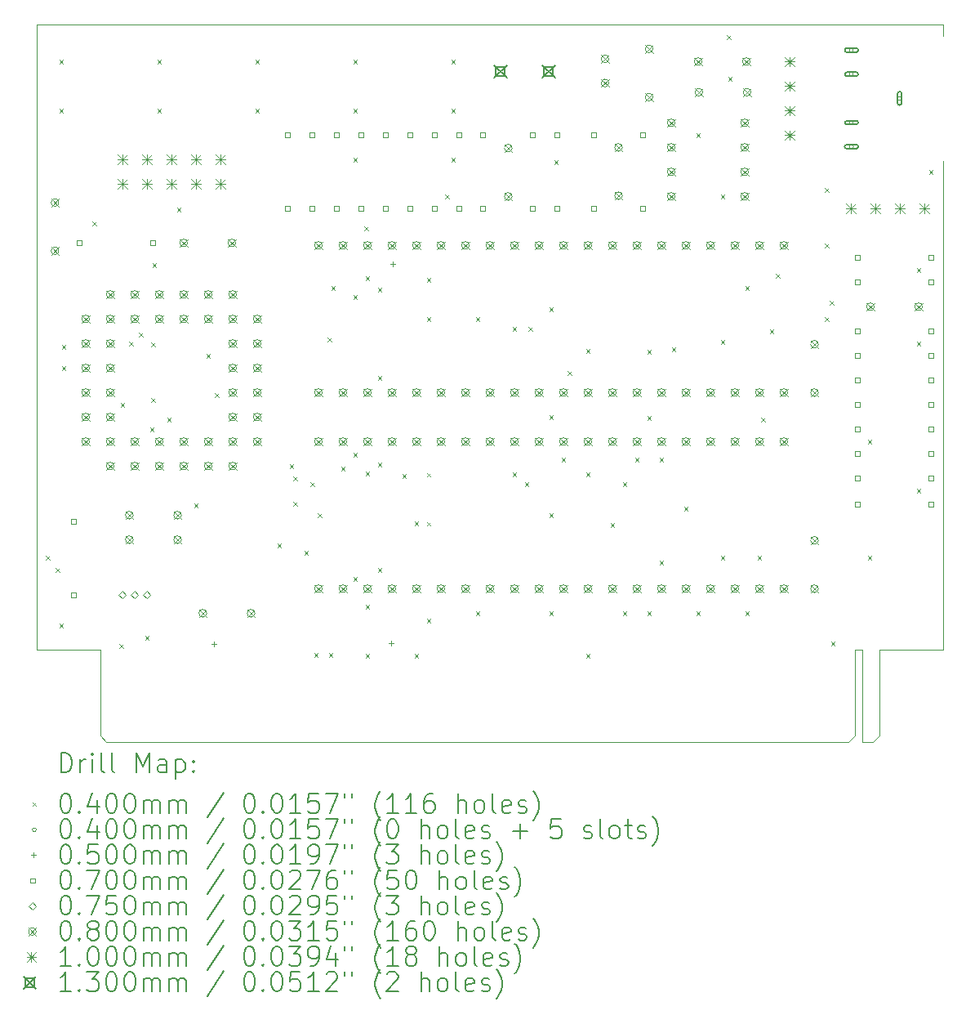
<source format=gbr>
%TF.GenerationSoftware,KiCad,Pcbnew,(6.0.8)*%
%TF.CreationDate,2022-10-26T09:36:13+07:00*%
%TF.ProjectId,TS_Ext_EPM3032,54535f45-7874-45f4-9550-4d333033322e,1.1*%
%TF.SameCoordinates,Original*%
%TF.FileFunction,Drillmap*%
%TF.FilePolarity,Positive*%
%FSLAX45Y45*%
G04 Gerber Fmt 4.5, Leading zero omitted, Abs format (unit mm)*
G04 Created by KiCad (PCBNEW (6.0.8)) date 2022-10-26 09:36:13*
%MOMM*%
%LPD*%
G01*
G04 APERTURE LIST*
%ADD10C,0.100000*%
%ADD11C,0.200000*%
%ADD12C,0.040000*%
%ADD13C,0.050000*%
%ADD14C,0.070000*%
%ADD15C,0.075000*%
%ADD16C,0.080000*%
%ADD17C,0.130000*%
G04 APERTURE END LIST*
D10*
X3454400Y-9017000D02*
X3454400Y-9906000D01*
X2794000Y-9017000D02*
X3454400Y-9017000D01*
X11531600Y-9017000D02*
X12192000Y-9017000D01*
X11277600Y-9017000D02*
X11277600Y-9906000D01*
X11353800Y-9969500D02*
X11468100Y-9969500D01*
X11531600Y-9017000D02*
X11531600Y-9906000D01*
X11468100Y-9969500D02*
X11531600Y-9906000D01*
X11214100Y-9969500D02*
X11277600Y-9906000D01*
X11277600Y-9017000D02*
X11353800Y-9017000D01*
X2794000Y-2540000D02*
X2794000Y-9017000D01*
X12192000Y-2540000D02*
X12192000Y-2652000D01*
X3517900Y-9969500D02*
X11214100Y-9969500D01*
X3517900Y-9969500D02*
X3454400Y-9906000D01*
X12192000Y-9017000D02*
X12192000Y-3952000D01*
X2794000Y-2540000D02*
X12192000Y-2540000D01*
X11353800Y-9017000D02*
X11353800Y-9969500D01*
D11*
D12*
X2888300Y-8044500D02*
X2928300Y-8084500D01*
X2928300Y-8044500D02*
X2888300Y-8084500D01*
X2989900Y-8171500D02*
X3029900Y-8211500D01*
X3029900Y-8171500D02*
X2989900Y-8211500D01*
X3028000Y-2901000D02*
X3068000Y-2941000D01*
X3068000Y-2901000D02*
X3028000Y-2941000D01*
X3028000Y-3409000D02*
X3068000Y-3449000D01*
X3068000Y-3409000D02*
X3028000Y-3449000D01*
X3028000Y-8743000D02*
X3068000Y-8783000D01*
X3068000Y-8743000D02*
X3028000Y-8783000D01*
X3053400Y-5860100D02*
X3093400Y-5900100D01*
X3093400Y-5860100D02*
X3053400Y-5900100D01*
X3053400Y-6076000D02*
X3093400Y-6116000D01*
X3093400Y-6076000D02*
X3053400Y-6116000D01*
X3370900Y-4577400D02*
X3410900Y-4617400D01*
X3410900Y-4577400D02*
X3370900Y-4617400D01*
X3650300Y-8958900D02*
X3690300Y-8998900D01*
X3690300Y-8958900D02*
X3650300Y-8998900D01*
X3663000Y-6457000D02*
X3703000Y-6497000D01*
X3703000Y-6457000D02*
X3663000Y-6497000D01*
X3751900Y-5822000D02*
X3791900Y-5862000D01*
X3791900Y-5822000D02*
X3751900Y-5862000D01*
X3853500Y-5733100D02*
X3893500Y-5773100D01*
X3893500Y-5733100D02*
X3853500Y-5773100D01*
X3917000Y-8870000D02*
X3957000Y-8910000D01*
X3957000Y-8870000D02*
X3917000Y-8910000D01*
X3967800Y-6711000D02*
X4007800Y-6751000D01*
X4007800Y-6711000D02*
X3967800Y-6751000D01*
X3980500Y-5834700D02*
X4020500Y-5874700D01*
X4020500Y-5834700D02*
X3980500Y-5874700D01*
X3980500Y-6406200D02*
X4020500Y-6446200D01*
X4020500Y-6406200D02*
X3980500Y-6446200D01*
X3993200Y-5009200D02*
X4033200Y-5049200D01*
X4033200Y-5009200D02*
X3993200Y-5049200D01*
X4044000Y-2901000D02*
X4084000Y-2941000D01*
X4084000Y-2901000D02*
X4044000Y-2941000D01*
X4044000Y-3409000D02*
X4084000Y-3449000D01*
X4084000Y-3409000D02*
X4044000Y-3449000D01*
X4145600Y-6613150D02*
X4185600Y-6653150D01*
X4185600Y-6613150D02*
X4145600Y-6653150D01*
X4247200Y-4437700D02*
X4287200Y-4477700D01*
X4287200Y-4437700D02*
X4247200Y-4477700D01*
X4425000Y-7501950D02*
X4465000Y-7541950D01*
X4465000Y-7501950D02*
X4425000Y-7541950D01*
X4552000Y-5949000D02*
X4592000Y-5989000D01*
X4592000Y-5949000D02*
X4552000Y-5989000D01*
X4640900Y-6355400D02*
X4680900Y-6395400D01*
X4680900Y-6355400D02*
X4640900Y-6395400D01*
X5060000Y-2901000D02*
X5100000Y-2941000D01*
X5100000Y-2901000D02*
X5060000Y-2941000D01*
X5060000Y-3409000D02*
X5100000Y-3449000D01*
X5100000Y-3409000D02*
X5060000Y-3449000D01*
X5288600Y-7917500D02*
X5328600Y-7957500D01*
X5328600Y-7917500D02*
X5288600Y-7957500D01*
X5415600Y-7092000D02*
X5455600Y-7132000D01*
X5455600Y-7092000D02*
X5415600Y-7132000D01*
X5453700Y-7219000D02*
X5493700Y-7259000D01*
X5493700Y-7219000D02*
X5453700Y-7259000D01*
X5453700Y-7485700D02*
X5493700Y-7525700D01*
X5493700Y-7485700D02*
X5453700Y-7525700D01*
X5568000Y-7993700D02*
X5608000Y-8033700D01*
X5608000Y-7993700D02*
X5568000Y-8033700D01*
X5631500Y-7282500D02*
X5671500Y-7322500D01*
X5671500Y-7282500D02*
X5631500Y-7322500D01*
X5669600Y-9047800D02*
X5709600Y-9087800D01*
X5709600Y-9047800D02*
X5669600Y-9087800D01*
X5707700Y-7603550D02*
X5747700Y-7643550D01*
X5747700Y-7603550D02*
X5707700Y-7643550D01*
X5809300Y-5783900D02*
X5849300Y-5823900D01*
X5849300Y-5783900D02*
X5809300Y-5823900D01*
X5822000Y-9047800D02*
X5862000Y-9087800D01*
X5862000Y-9047800D02*
X5822000Y-9087800D01*
X5847400Y-5250500D02*
X5887400Y-5290500D01*
X5887400Y-5250500D02*
X5847400Y-5290500D01*
X5949000Y-7117400D02*
X5989000Y-7157400D01*
X5989000Y-7117400D02*
X5949000Y-7157400D01*
X6076000Y-2901000D02*
X6116000Y-2941000D01*
X6116000Y-2901000D02*
X6076000Y-2941000D01*
X6076000Y-3409000D02*
X6116000Y-3449000D01*
X6116000Y-3409000D02*
X6076000Y-3449000D01*
X6076000Y-3917000D02*
X6116000Y-3957000D01*
X6116000Y-3917000D02*
X6076000Y-3957000D01*
X6076000Y-5339400D02*
X6116000Y-5379400D01*
X6116000Y-5339400D02*
X6076000Y-5379400D01*
X6076000Y-6977700D02*
X6116000Y-7017700D01*
X6116000Y-6977700D02*
X6076000Y-7017700D01*
X6076000Y-8260400D02*
X6116000Y-8300400D01*
X6116000Y-8260400D02*
X6076000Y-8300400D01*
X6190300Y-4628200D02*
X6230300Y-4668200D01*
X6230300Y-4628200D02*
X6190300Y-4668200D01*
X6203000Y-5148900D02*
X6243000Y-5188900D01*
X6243000Y-5148900D02*
X6203000Y-5188900D01*
X6203000Y-7168200D02*
X6243000Y-7208200D01*
X6243000Y-7168200D02*
X6203000Y-7208200D01*
X6203000Y-8552500D02*
X6243000Y-8592500D01*
X6243000Y-8552500D02*
X6203000Y-8592500D01*
X6203000Y-9060500D02*
X6243000Y-9100500D01*
X6243000Y-9060500D02*
X6203000Y-9100500D01*
X6330000Y-5263200D02*
X6370000Y-5303200D01*
X6370000Y-5263200D02*
X6330000Y-5303200D01*
X6330000Y-6177600D02*
X6370000Y-6217600D01*
X6370000Y-6177600D02*
X6330000Y-6217600D01*
X6330000Y-7079300D02*
X6370000Y-7119300D01*
X6370000Y-7079300D02*
X6330000Y-7119300D01*
X6330000Y-8171500D02*
X6370000Y-8211500D01*
X6370000Y-8171500D02*
X6330000Y-8211500D01*
X6584000Y-7193600D02*
X6624000Y-7233600D01*
X6624000Y-7193600D02*
X6584000Y-7233600D01*
X6711000Y-7688900D02*
X6751000Y-7728900D01*
X6751000Y-7688900D02*
X6711000Y-7728900D01*
X6711000Y-9060500D02*
X6751000Y-9100500D01*
X6751000Y-9060500D02*
X6711000Y-9100500D01*
X6838000Y-5161600D02*
X6878000Y-5201600D01*
X6878000Y-5161600D02*
X6838000Y-5201600D01*
X6838000Y-5568000D02*
X6878000Y-5608000D01*
X6878000Y-5568000D02*
X6838000Y-5608000D01*
X6838000Y-8692200D02*
X6878000Y-8732200D01*
X6878000Y-8692200D02*
X6838000Y-8732200D01*
X6839600Y-7182500D02*
X6879600Y-7222500D01*
X6879600Y-7182500D02*
X6839600Y-7222500D01*
X6839600Y-7690500D02*
X6879600Y-7730500D01*
X6879600Y-7690500D02*
X6839600Y-7730500D01*
X7028500Y-4298000D02*
X7068500Y-4338000D01*
X7068500Y-4298000D02*
X7028500Y-4338000D01*
X7092000Y-2901000D02*
X7132000Y-2941000D01*
X7132000Y-2901000D02*
X7092000Y-2941000D01*
X7092000Y-3409000D02*
X7132000Y-3449000D01*
X7132000Y-3409000D02*
X7092000Y-3449000D01*
X7092000Y-3917000D02*
X7132000Y-3957000D01*
X7132000Y-3917000D02*
X7092000Y-3957000D01*
X7346000Y-5568000D02*
X7386000Y-5608000D01*
X7386000Y-5568000D02*
X7346000Y-5608000D01*
X7346000Y-8616000D02*
X7386000Y-8656000D01*
X7386000Y-8616000D02*
X7346000Y-8656000D01*
X7727000Y-5669600D02*
X7767000Y-5709600D01*
X7767000Y-5669600D02*
X7727000Y-5709600D01*
X7727000Y-7180900D02*
X7767000Y-7220900D01*
X7767000Y-7180900D02*
X7727000Y-7220900D01*
X7854000Y-7282500D02*
X7894000Y-7322500D01*
X7894000Y-7282500D02*
X7854000Y-7322500D01*
X7892100Y-5669600D02*
X7932100Y-5709600D01*
X7932100Y-5669600D02*
X7892100Y-5709600D01*
X8108000Y-5466400D02*
X8148000Y-5506400D01*
X8148000Y-5466400D02*
X8108000Y-5506400D01*
X8108000Y-6584000D02*
X8148000Y-6624000D01*
X8148000Y-6584000D02*
X8108000Y-6624000D01*
X8108000Y-7603750D02*
X8148000Y-7643750D01*
X8148000Y-7603750D02*
X8108000Y-7643750D01*
X8108000Y-8616000D02*
X8148000Y-8656000D01*
X8148000Y-8616000D02*
X8108000Y-8656000D01*
X8158800Y-3942400D02*
X8198800Y-3982400D01*
X8198800Y-3942400D02*
X8158800Y-3982400D01*
X8235000Y-7028500D02*
X8275000Y-7068500D01*
X8275000Y-7028500D02*
X8235000Y-7068500D01*
X8298500Y-6126800D02*
X8338500Y-6166800D01*
X8338500Y-6126800D02*
X8298500Y-6166800D01*
X8489000Y-5898200D02*
X8529000Y-5938200D01*
X8529000Y-5898200D02*
X8489000Y-5938200D01*
X8489000Y-7180900D02*
X8529000Y-7220900D01*
X8529000Y-7180900D02*
X8489000Y-7220900D01*
X8489000Y-9060500D02*
X8529000Y-9100500D01*
X8529000Y-9060500D02*
X8489000Y-9100500D01*
X8743000Y-7705150D02*
X8783000Y-7745150D01*
X8783000Y-7705150D02*
X8743000Y-7745150D01*
X8870000Y-7282500D02*
X8910000Y-7322500D01*
X8910000Y-7282500D02*
X8870000Y-7322500D01*
X8870000Y-8616000D02*
X8910000Y-8656000D01*
X8910000Y-8616000D02*
X8870000Y-8656000D01*
X8997000Y-7028500D02*
X9037000Y-7068500D01*
X9037000Y-7028500D02*
X8997000Y-7068500D01*
X9124000Y-5910900D02*
X9164000Y-5950900D01*
X9164000Y-5910900D02*
X9124000Y-5950900D01*
X9124000Y-6596700D02*
X9164000Y-6636700D01*
X9164000Y-6596700D02*
X9124000Y-6636700D01*
X9124000Y-8616000D02*
X9164000Y-8656000D01*
X9164000Y-8616000D02*
X9124000Y-8656000D01*
X9251000Y-7028500D02*
X9291000Y-7068500D01*
X9291000Y-7028500D02*
X9251000Y-7068500D01*
X9251000Y-8095300D02*
X9291000Y-8135300D01*
X9291000Y-8095300D02*
X9251000Y-8135300D01*
X9378000Y-5885500D02*
X9418000Y-5925500D01*
X9418000Y-5885500D02*
X9378000Y-5925500D01*
X9505000Y-7536500D02*
X9545000Y-7576500D01*
X9545000Y-7536500D02*
X9505000Y-7576500D01*
X9632000Y-3663000D02*
X9672000Y-3703000D01*
X9672000Y-3663000D02*
X9632000Y-3703000D01*
X9632000Y-8616000D02*
X9672000Y-8656000D01*
X9672000Y-8616000D02*
X9632000Y-8656000D01*
X9886000Y-4298000D02*
X9926000Y-4338000D01*
X9926000Y-4298000D02*
X9886000Y-4338000D01*
X9886000Y-5809300D02*
X9926000Y-5849300D01*
X9926000Y-5809300D02*
X9886000Y-5849300D01*
X9886000Y-8044500D02*
X9926000Y-8084500D01*
X9926000Y-8044500D02*
X9886000Y-8084500D01*
X9949500Y-2647000D02*
X9989500Y-2687000D01*
X9989500Y-2647000D02*
X9949500Y-2687000D01*
X9962200Y-3078800D02*
X10002200Y-3118800D01*
X10002200Y-3078800D02*
X9962200Y-3118800D01*
X10140000Y-5250500D02*
X10180000Y-5290500D01*
X10180000Y-5250500D02*
X10140000Y-5290500D01*
X10140000Y-8616000D02*
X10180000Y-8656000D01*
X10180000Y-8616000D02*
X10140000Y-8656000D01*
X10267000Y-8044500D02*
X10307000Y-8084500D01*
X10307000Y-8044500D02*
X10267000Y-8084500D01*
X10305100Y-6609400D02*
X10345100Y-6649400D01*
X10345100Y-6609400D02*
X10305100Y-6649400D01*
X10394000Y-5695000D02*
X10434000Y-5735000D01*
X10434000Y-5695000D02*
X10394000Y-5735000D01*
X10457500Y-5123500D02*
X10497500Y-5163500D01*
X10497500Y-5123500D02*
X10457500Y-5163500D01*
X10965500Y-4234500D02*
X11005500Y-4274500D01*
X11005500Y-4234500D02*
X10965500Y-4274500D01*
X10965500Y-4806000D02*
X11005500Y-4846000D01*
X11005500Y-4806000D02*
X10965500Y-4846000D01*
X10965500Y-5568000D02*
X11005500Y-5608000D01*
X11005500Y-5568000D02*
X10965500Y-5608000D01*
X11016300Y-5402900D02*
X11056300Y-5442900D01*
X11056300Y-5402900D02*
X11016300Y-5442900D01*
X11029000Y-8933500D02*
X11069000Y-8973500D01*
X11069000Y-8933500D02*
X11029000Y-8973500D01*
X11410000Y-6838000D02*
X11450000Y-6878000D01*
X11450000Y-6838000D02*
X11410000Y-6878000D01*
X11410000Y-8044500D02*
X11450000Y-8084500D01*
X11450000Y-8044500D02*
X11410000Y-8084500D01*
X11918000Y-5060000D02*
X11958000Y-5100000D01*
X11958000Y-5060000D02*
X11918000Y-5100000D01*
X11918000Y-5822000D02*
X11958000Y-5862000D01*
X11958000Y-5822000D02*
X11918000Y-5862000D01*
X11918000Y-7346000D02*
X11958000Y-7386000D01*
X11958000Y-7346000D02*
X11918000Y-7386000D01*
X12045000Y-4044000D02*
X12085000Y-4084000D01*
X12085000Y-4044000D02*
X12045000Y-4084000D01*
X11262000Y-2802000D02*
G75*
G03*
X11262000Y-2802000I-20000J0D01*
G01*
D11*
X11292000Y-2782000D02*
X11192000Y-2782000D01*
X11292000Y-2822000D02*
X11192000Y-2822000D01*
X11192000Y-2782000D02*
G75*
G03*
X11192000Y-2822000I0J-20000D01*
G01*
X11292000Y-2822000D02*
G75*
G03*
X11292000Y-2782000I0J20000D01*
G01*
D12*
X11262000Y-3052000D02*
G75*
G03*
X11262000Y-3052000I-20000J0D01*
G01*
D11*
X11292000Y-3032000D02*
X11192000Y-3032000D01*
X11292000Y-3072000D02*
X11192000Y-3072000D01*
X11192000Y-3032000D02*
G75*
G03*
X11192000Y-3072000I0J-20000D01*
G01*
X11292000Y-3072000D02*
G75*
G03*
X11292000Y-3032000I0J20000D01*
G01*
D12*
X11262000Y-3552000D02*
G75*
G03*
X11262000Y-3552000I-20000J0D01*
G01*
D11*
X11192000Y-3572000D02*
X11292000Y-3572000D01*
X11192000Y-3532000D02*
X11292000Y-3532000D01*
X11292000Y-3572000D02*
G75*
G03*
X11292000Y-3532000I0J20000D01*
G01*
X11192000Y-3532000D02*
G75*
G03*
X11192000Y-3572000I0J-20000D01*
G01*
D12*
X11262000Y-3802000D02*
G75*
G03*
X11262000Y-3802000I-20000J0D01*
G01*
D11*
X11192000Y-3822000D02*
X11292000Y-3822000D01*
X11192000Y-3782000D02*
X11292000Y-3782000D01*
X11292000Y-3822000D02*
G75*
G03*
X11292000Y-3782000I0J20000D01*
G01*
X11192000Y-3782000D02*
G75*
G03*
X11192000Y-3822000I0J-20000D01*
G01*
D12*
X11762000Y-3302000D02*
G75*
G03*
X11762000Y-3302000I-20000J0D01*
G01*
D11*
X11762000Y-3352000D02*
X11762000Y-3252000D01*
X11722000Y-3352000D02*
X11722000Y-3252000D01*
X11762000Y-3252000D02*
G75*
G03*
X11722000Y-3252000I-20000J0D01*
G01*
X11722000Y-3352000D02*
G75*
G03*
X11762000Y-3352000I20000J0D01*
G01*
D13*
X4635500Y-8928500D02*
X4635500Y-8978500D01*
X4610500Y-8953500D02*
X4660500Y-8953500D01*
X6473077Y-8924577D02*
X6473077Y-8974577D01*
X6448077Y-8949577D02*
X6498077Y-8949577D01*
X6489700Y-4991500D02*
X6489700Y-5041500D01*
X6464700Y-5016500D02*
X6514700Y-5016500D01*
D14*
X3199749Y-7708249D02*
X3199749Y-7658751D01*
X3150251Y-7658751D01*
X3150251Y-7708249D01*
X3199749Y-7708249D01*
X3199749Y-8470249D02*
X3199749Y-8420751D01*
X3150251Y-8420751D01*
X3150251Y-8470249D01*
X3199749Y-8470249D01*
X3263249Y-4825349D02*
X3263249Y-4775851D01*
X3213751Y-4775851D01*
X3213751Y-4825349D01*
X3263249Y-4825349D01*
X4025249Y-4825349D02*
X4025249Y-4775851D01*
X3975751Y-4775851D01*
X3975751Y-4825349D01*
X4025249Y-4825349D01*
X5422249Y-3707749D02*
X5422249Y-3658251D01*
X5372751Y-3658251D01*
X5372751Y-3707749D01*
X5422249Y-3707749D01*
X5422249Y-4469749D02*
X5422249Y-4420251D01*
X5372751Y-4420251D01*
X5372751Y-4469749D01*
X5422249Y-4469749D01*
X5676249Y-3707749D02*
X5676249Y-3658251D01*
X5626751Y-3658251D01*
X5626751Y-3707749D01*
X5676249Y-3707749D01*
X5676249Y-4469749D02*
X5676249Y-4420251D01*
X5626751Y-4420251D01*
X5626751Y-4469749D01*
X5676249Y-4469749D01*
X5930249Y-3707749D02*
X5930249Y-3658251D01*
X5880751Y-3658251D01*
X5880751Y-3707749D01*
X5930249Y-3707749D01*
X5930249Y-4469749D02*
X5930249Y-4420251D01*
X5880751Y-4420251D01*
X5880751Y-4469749D01*
X5930249Y-4469749D01*
X6184249Y-3707749D02*
X6184249Y-3658251D01*
X6134751Y-3658251D01*
X6134751Y-3707749D01*
X6184249Y-3707749D01*
X6184249Y-4469749D02*
X6184249Y-4420251D01*
X6134751Y-4420251D01*
X6134751Y-4469749D01*
X6184249Y-4469749D01*
X6438249Y-3707749D02*
X6438249Y-3658251D01*
X6388751Y-3658251D01*
X6388751Y-3707749D01*
X6438249Y-3707749D01*
X6438249Y-4469749D02*
X6438249Y-4420251D01*
X6388751Y-4420251D01*
X6388751Y-4469749D01*
X6438249Y-4469749D01*
X6692249Y-3707749D02*
X6692249Y-3658251D01*
X6642751Y-3658251D01*
X6642751Y-3707749D01*
X6692249Y-3707749D01*
X6692249Y-4469749D02*
X6692249Y-4420251D01*
X6642751Y-4420251D01*
X6642751Y-4469749D01*
X6692249Y-4469749D01*
X6946249Y-3707749D02*
X6946249Y-3658251D01*
X6896751Y-3658251D01*
X6896751Y-3707749D01*
X6946249Y-3707749D01*
X6946249Y-4469749D02*
X6946249Y-4420251D01*
X6896751Y-4420251D01*
X6896751Y-4469749D01*
X6946249Y-4469749D01*
X7200249Y-3707749D02*
X7200249Y-3658251D01*
X7150751Y-3658251D01*
X7150751Y-3707749D01*
X7200249Y-3707749D01*
X7200249Y-4469749D02*
X7200249Y-4420251D01*
X7150751Y-4420251D01*
X7150751Y-4469749D01*
X7200249Y-4469749D01*
X7441549Y-3707749D02*
X7441549Y-3658251D01*
X7392051Y-3658251D01*
X7392051Y-3707749D01*
X7441549Y-3707749D01*
X7441549Y-4469749D02*
X7441549Y-4420251D01*
X7392051Y-4420251D01*
X7392051Y-4469749D01*
X7441549Y-4469749D01*
X7962249Y-3707749D02*
X7962249Y-3658251D01*
X7912751Y-3658251D01*
X7912751Y-3707749D01*
X7962249Y-3707749D01*
X7962249Y-4469749D02*
X7962249Y-4420251D01*
X7912751Y-4420251D01*
X7912751Y-4469749D01*
X7962249Y-4469749D01*
X8216249Y-3707749D02*
X8216249Y-3658251D01*
X8166751Y-3658251D01*
X8166751Y-3707749D01*
X8216249Y-3707749D01*
X8216249Y-4469749D02*
X8216249Y-4420251D01*
X8166751Y-4420251D01*
X8166751Y-4469749D01*
X8216249Y-4469749D01*
X8597249Y-3707749D02*
X8597249Y-3658251D01*
X8547751Y-3658251D01*
X8547751Y-3707749D01*
X8597249Y-3707749D01*
X8597249Y-4469749D02*
X8597249Y-4420251D01*
X8547751Y-4420251D01*
X8547751Y-4469749D01*
X8597249Y-4469749D01*
X9105249Y-3707749D02*
X9105249Y-3658251D01*
X9055751Y-3658251D01*
X9055751Y-3707749D01*
X9105249Y-3707749D01*
X9105249Y-4469749D02*
X9105249Y-4420251D01*
X9055751Y-4420251D01*
X9055751Y-4469749D01*
X9105249Y-4469749D01*
X11327749Y-4977749D02*
X11327749Y-4928251D01*
X11278251Y-4928251D01*
X11278251Y-4977749D01*
X11327749Y-4977749D01*
X11327749Y-5231749D02*
X11327749Y-5182251D01*
X11278251Y-5182251D01*
X11278251Y-5231749D01*
X11327749Y-5231749D01*
X11327749Y-5739749D02*
X11327749Y-5690251D01*
X11278251Y-5690251D01*
X11278251Y-5739749D01*
X11327749Y-5739749D01*
X11327749Y-5993749D02*
X11327749Y-5944251D01*
X11278251Y-5944251D01*
X11278251Y-5993749D01*
X11327749Y-5993749D01*
X11327749Y-6247749D02*
X11327749Y-6198251D01*
X11278251Y-6198251D01*
X11278251Y-6247749D01*
X11327749Y-6247749D01*
X11327749Y-6501749D02*
X11327749Y-6452251D01*
X11278251Y-6452251D01*
X11278251Y-6501749D01*
X11327749Y-6501749D01*
X11327749Y-6755749D02*
X11327749Y-6706251D01*
X11278251Y-6706251D01*
X11278251Y-6755749D01*
X11327749Y-6755749D01*
X11327749Y-7009749D02*
X11327749Y-6960251D01*
X11278251Y-6960251D01*
X11278251Y-7009749D01*
X11327749Y-7009749D01*
X11327749Y-7263749D02*
X11327749Y-7214251D01*
X11278251Y-7214251D01*
X11278251Y-7263749D01*
X11327749Y-7263749D01*
X11327749Y-7530449D02*
X11327749Y-7480951D01*
X11278251Y-7480951D01*
X11278251Y-7530449D01*
X11327749Y-7530449D01*
X12089749Y-4977749D02*
X12089749Y-4928251D01*
X12040251Y-4928251D01*
X12040251Y-4977749D01*
X12089749Y-4977749D01*
X12089749Y-5231749D02*
X12089749Y-5182251D01*
X12040251Y-5182251D01*
X12040251Y-5231749D01*
X12089749Y-5231749D01*
X12089749Y-5739749D02*
X12089749Y-5690251D01*
X12040251Y-5690251D01*
X12040251Y-5739749D01*
X12089749Y-5739749D01*
X12089749Y-5993749D02*
X12089749Y-5944251D01*
X12040251Y-5944251D01*
X12040251Y-5993749D01*
X12089749Y-5993749D01*
X12089749Y-6247749D02*
X12089749Y-6198251D01*
X12040251Y-6198251D01*
X12040251Y-6247749D01*
X12089749Y-6247749D01*
X12089749Y-6501749D02*
X12089749Y-6452251D01*
X12040251Y-6452251D01*
X12040251Y-6501749D01*
X12089749Y-6501749D01*
X12089749Y-6755749D02*
X12089749Y-6706251D01*
X12040251Y-6706251D01*
X12040251Y-6755749D01*
X12089749Y-6755749D01*
X12089749Y-7009749D02*
X12089749Y-6960251D01*
X12040251Y-6960251D01*
X12040251Y-7009749D01*
X12089749Y-7009749D01*
X12089749Y-7263749D02*
X12089749Y-7214251D01*
X12040251Y-7214251D01*
X12040251Y-7263749D01*
X12089749Y-7263749D01*
X12089749Y-7530449D02*
X12089749Y-7480951D01*
X12040251Y-7480951D01*
X12040251Y-7530449D01*
X12089749Y-7530449D01*
D15*
X3683000Y-8483000D02*
X3720500Y-8445500D01*
X3683000Y-8408000D01*
X3645500Y-8445500D01*
X3683000Y-8483000D01*
X3810000Y-8483000D02*
X3847500Y-8445500D01*
X3810000Y-8408000D01*
X3772500Y-8445500D01*
X3810000Y-8483000D01*
X3937000Y-8483000D02*
X3974500Y-8445500D01*
X3937000Y-8408000D01*
X3899500Y-8445500D01*
X3937000Y-8483000D01*
D16*
X2944500Y-4341500D02*
X3024500Y-4421500D01*
X3024500Y-4341500D02*
X2944500Y-4421500D01*
X3024500Y-4381500D02*
G75*
G03*
X3024500Y-4381500I-40000J0D01*
G01*
X2944500Y-4841500D02*
X3024500Y-4921500D01*
X3024500Y-4841500D02*
X2944500Y-4921500D01*
X3024500Y-4881500D02*
G75*
G03*
X3024500Y-4881500I-40000J0D01*
G01*
X3262000Y-5548000D02*
X3342000Y-5628000D01*
X3342000Y-5548000D02*
X3262000Y-5628000D01*
X3342000Y-5588000D02*
G75*
G03*
X3342000Y-5588000I-40000J0D01*
G01*
X3262000Y-5802000D02*
X3342000Y-5882000D01*
X3342000Y-5802000D02*
X3262000Y-5882000D01*
X3342000Y-5842000D02*
G75*
G03*
X3342000Y-5842000I-40000J0D01*
G01*
X3262000Y-6056000D02*
X3342000Y-6136000D01*
X3342000Y-6056000D02*
X3262000Y-6136000D01*
X3342000Y-6096000D02*
G75*
G03*
X3342000Y-6096000I-40000J0D01*
G01*
X3262000Y-6310000D02*
X3342000Y-6390000D01*
X3342000Y-6310000D02*
X3262000Y-6390000D01*
X3342000Y-6350000D02*
G75*
G03*
X3342000Y-6350000I-40000J0D01*
G01*
X3262000Y-6564000D02*
X3342000Y-6644000D01*
X3342000Y-6564000D02*
X3262000Y-6644000D01*
X3342000Y-6604000D02*
G75*
G03*
X3342000Y-6604000I-40000J0D01*
G01*
X3262000Y-6818000D02*
X3342000Y-6898000D01*
X3342000Y-6818000D02*
X3262000Y-6898000D01*
X3342000Y-6858000D02*
G75*
G03*
X3342000Y-6858000I-40000J0D01*
G01*
X3516000Y-5294000D02*
X3596000Y-5374000D01*
X3596000Y-5294000D02*
X3516000Y-5374000D01*
X3596000Y-5334000D02*
G75*
G03*
X3596000Y-5334000I-40000J0D01*
G01*
X3516000Y-5548000D02*
X3596000Y-5628000D01*
X3596000Y-5548000D02*
X3516000Y-5628000D01*
X3596000Y-5588000D02*
G75*
G03*
X3596000Y-5588000I-40000J0D01*
G01*
X3516000Y-5802000D02*
X3596000Y-5882000D01*
X3596000Y-5802000D02*
X3516000Y-5882000D01*
X3596000Y-5842000D02*
G75*
G03*
X3596000Y-5842000I-40000J0D01*
G01*
X3516000Y-6056000D02*
X3596000Y-6136000D01*
X3596000Y-6056000D02*
X3516000Y-6136000D01*
X3596000Y-6096000D02*
G75*
G03*
X3596000Y-6096000I-40000J0D01*
G01*
X3516000Y-6310000D02*
X3596000Y-6390000D01*
X3596000Y-6310000D02*
X3516000Y-6390000D01*
X3596000Y-6350000D02*
G75*
G03*
X3596000Y-6350000I-40000J0D01*
G01*
X3516000Y-6564000D02*
X3596000Y-6644000D01*
X3596000Y-6564000D02*
X3516000Y-6644000D01*
X3596000Y-6604000D02*
G75*
G03*
X3596000Y-6604000I-40000J0D01*
G01*
X3516000Y-6818000D02*
X3596000Y-6898000D01*
X3596000Y-6818000D02*
X3516000Y-6898000D01*
X3596000Y-6858000D02*
G75*
G03*
X3596000Y-6858000I-40000J0D01*
G01*
X3516000Y-7072000D02*
X3596000Y-7152000D01*
X3596000Y-7072000D02*
X3516000Y-7152000D01*
X3596000Y-7112000D02*
G75*
G03*
X3596000Y-7112000I-40000J0D01*
G01*
X3714500Y-7580000D02*
X3794500Y-7660000D01*
X3794500Y-7580000D02*
X3714500Y-7660000D01*
X3794500Y-7620000D02*
G75*
G03*
X3794500Y-7620000I-40000J0D01*
G01*
X3714500Y-7834000D02*
X3794500Y-7914000D01*
X3794500Y-7834000D02*
X3714500Y-7914000D01*
X3794500Y-7874000D02*
G75*
G03*
X3794500Y-7874000I-40000J0D01*
G01*
X3770000Y-5294000D02*
X3850000Y-5374000D01*
X3850000Y-5294000D02*
X3770000Y-5374000D01*
X3850000Y-5334000D02*
G75*
G03*
X3850000Y-5334000I-40000J0D01*
G01*
X3770000Y-5548000D02*
X3850000Y-5628000D01*
X3850000Y-5548000D02*
X3770000Y-5628000D01*
X3850000Y-5588000D02*
G75*
G03*
X3850000Y-5588000I-40000J0D01*
G01*
X3770000Y-6818000D02*
X3850000Y-6898000D01*
X3850000Y-6818000D02*
X3770000Y-6898000D01*
X3850000Y-6858000D02*
G75*
G03*
X3850000Y-6858000I-40000J0D01*
G01*
X3770000Y-7072000D02*
X3850000Y-7152000D01*
X3850000Y-7072000D02*
X3770000Y-7152000D01*
X3850000Y-7112000D02*
G75*
G03*
X3850000Y-7112000I-40000J0D01*
G01*
X4024000Y-5294000D02*
X4104000Y-5374000D01*
X4104000Y-5294000D02*
X4024000Y-5374000D01*
X4104000Y-5334000D02*
G75*
G03*
X4104000Y-5334000I-40000J0D01*
G01*
X4024000Y-5548000D02*
X4104000Y-5628000D01*
X4104000Y-5548000D02*
X4024000Y-5628000D01*
X4104000Y-5588000D02*
G75*
G03*
X4104000Y-5588000I-40000J0D01*
G01*
X4024000Y-6818000D02*
X4104000Y-6898000D01*
X4104000Y-6818000D02*
X4024000Y-6898000D01*
X4104000Y-6858000D02*
G75*
G03*
X4104000Y-6858000I-40000J0D01*
G01*
X4024000Y-7072000D02*
X4104000Y-7152000D01*
X4104000Y-7072000D02*
X4024000Y-7152000D01*
X4104000Y-7112000D02*
G75*
G03*
X4104000Y-7112000I-40000J0D01*
G01*
X4214500Y-7580000D02*
X4294500Y-7660000D01*
X4294500Y-7580000D02*
X4214500Y-7660000D01*
X4294500Y-7620000D02*
G75*
G03*
X4294500Y-7620000I-40000J0D01*
G01*
X4214500Y-7834000D02*
X4294500Y-7914000D01*
X4294500Y-7834000D02*
X4214500Y-7914000D01*
X4294500Y-7874000D02*
G75*
G03*
X4294500Y-7874000I-40000J0D01*
G01*
X4278000Y-4760600D02*
X4358000Y-4840600D01*
X4358000Y-4760600D02*
X4278000Y-4840600D01*
X4358000Y-4800600D02*
G75*
G03*
X4358000Y-4800600I-40000J0D01*
G01*
X4278000Y-5294000D02*
X4358000Y-5374000D01*
X4358000Y-5294000D02*
X4278000Y-5374000D01*
X4358000Y-5334000D02*
G75*
G03*
X4358000Y-5334000I-40000J0D01*
G01*
X4278000Y-5548000D02*
X4358000Y-5628000D01*
X4358000Y-5548000D02*
X4278000Y-5628000D01*
X4358000Y-5588000D02*
G75*
G03*
X4358000Y-5588000I-40000J0D01*
G01*
X4278000Y-6818000D02*
X4358000Y-6898000D01*
X4358000Y-6818000D02*
X4278000Y-6898000D01*
X4358000Y-6858000D02*
G75*
G03*
X4358000Y-6858000I-40000J0D01*
G01*
X4278000Y-7072000D02*
X4358000Y-7152000D01*
X4358000Y-7072000D02*
X4278000Y-7152000D01*
X4358000Y-7112000D02*
G75*
G03*
X4358000Y-7112000I-40000J0D01*
G01*
X4476500Y-8596000D02*
X4556500Y-8676000D01*
X4556500Y-8596000D02*
X4476500Y-8676000D01*
X4556500Y-8636000D02*
G75*
G03*
X4556500Y-8636000I-40000J0D01*
G01*
X4532000Y-5294000D02*
X4612000Y-5374000D01*
X4612000Y-5294000D02*
X4532000Y-5374000D01*
X4612000Y-5334000D02*
G75*
G03*
X4612000Y-5334000I-40000J0D01*
G01*
X4532000Y-5548000D02*
X4612000Y-5628000D01*
X4612000Y-5548000D02*
X4532000Y-5628000D01*
X4612000Y-5588000D02*
G75*
G03*
X4612000Y-5588000I-40000J0D01*
G01*
X4532000Y-6818000D02*
X4612000Y-6898000D01*
X4612000Y-6818000D02*
X4532000Y-6898000D01*
X4612000Y-6858000D02*
G75*
G03*
X4612000Y-6858000I-40000J0D01*
G01*
X4532000Y-7072000D02*
X4612000Y-7152000D01*
X4612000Y-7072000D02*
X4532000Y-7152000D01*
X4612000Y-7112000D02*
G75*
G03*
X4612000Y-7112000I-40000J0D01*
G01*
X4778000Y-4760600D02*
X4858000Y-4840600D01*
X4858000Y-4760600D02*
X4778000Y-4840600D01*
X4858000Y-4800600D02*
G75*
G03*
X4858000Y-4800600I-40000J0D01*
G01*
X4786000Y-5294000D02*
X4866000Y-5374000D01*
X4866000Y-5294000D02*
X4786000Y-5374000D01*
X4866000Y-5334000D02*
G75*
G03*
X4866000Y-5334000I-40000J0D01*
G01*
X4786000Y-5548000D02*
X4866000Y-5628000D01*
X4866000Y-5548000D02*
X4786000Y-5628000D01*
X4866000Y-5588000D02*
G75*
G03*
X4866000Y-5588000I-40000J0D01*
G01*
X4786000Y-5802000D02*
X4866000Y-5882000D01*
X4866000Y-5802000D02*
X4786000Y-5882000D01*
X4866000Y-5842000D02*
G75*
G03*
X4866000Y-5842000I-40000J0D01*
G01*
X4786000Y-6056000D02*
X4866000Y-6136000D01*
X4866000Y-6056000D02*
X4786000Y-6136000D01*
X4866000Y-6096000D02*
G75*
G03*
X4866000Y-6096000I-40000J0D01*
G01*
X4786000Y-6310000D02*
X4866000Y-6390000D01*
X4866000Y-6310000D02*
X4786000Y-6390000D01*
X4866000Y-6350000D02*
G75*
G03*
X4866000Y-6350000I-40000J0D01*
G01*
X4786000Y-6564000D02*
X4866000Y-6644000D01*
X4866000Y-6564000D02*
X4786000Y-6644000D01*
X4866000Y-6604000D02*
G75*
G03*
X4866000Y-6604000I-40000J0D01*
G01*
X4786000Y-6818000D02*
X4866000Y-6898000D01*
X4866000Y-6818000D02*
X4786000Y-6898000D01*
X4866000Y-6858000D02*
G75*
G03*
X4866000Y-6858000I-40000J0D01*
G01*
X4786000Y-7072000D02*
X4866000Y-7152000D01*
X4866000Y-7072000D02*
X4786000Y-7152000D01*
X4866000Y-7112000D02*
G75*
G03*
X4866000Y-7112000I-40000J0D01*
G01*
X4976500Y-8596000D02*
X5056500Y-8676000D01*
X5056500Y-8596000D02*
X4976500Y-8676000D01*
X5056500Y-8636000D02*
G75*
G03*
X5056500Y-8636000I-40000J0D01*
G01*
X5040000Y-5548000D02*
X5120000Y-5628000D01*
X5120000Y-5548000D02*
X5040000Y-5628000D01*
X5120000Y-5588000D02*
G75*
G03*
X5120000Y-5588000I-40000J0D01*
G01*
X5040000Y-5802000D02*
X5120000Y-5882000D01*
X5120000Y-5802000D02*
X5040000Y-5882000D01*
X5120000Y-5842000D02*
G75*
G03*
X5120000Y-5842000I-40000J0D01*
G01*
X5040000Y-6056000D02*
X5120000Y-6136000D01*
X5120000Y-6056000D02*
X5040000Y-6136000D01*
X5120000Y-6096000D02*
G75*
G03*
X5120000Y-6096000I-40000J0D01*
G01*
X5040000Y-6310000D02*
X5120000Y-6390000D01*
X5120000Y-6310000D02*
X5040000Y-6390000D01*
X5120000Y-6350000D02*
G75*
G03*
X5120000Y-6350000I-40000J0D01*
G01*
X5040000Y-6564000D02*
X5120000Y-6644000D01*
X5120000Y-6564000D02*
X5040000Y-6644000D01*
X5120000Y-6604000D02*
G75*
G03*
X5120000Y-6604000I-40000J0D01*
G01*
X5040000Y-6818000D02*
X5120000Y-6898000D01*
X5120000Y-6818000D02*
X5040000Y-6898000D01*
X5120000Y-6858000D02*
G75*
G03*
X5120000Y-6858000I-40000J0D01*
G01*
X5675000Y-4786000D02*
X5755000Y-4866000D01*
X5755000Y-4786000D02*
X5675000Y-4866000D01*
X5755000Y-4826000D02*
G75*
G03*
X5755000Y-4826000I-40000J0D01*
G01*
X5675000Y-6310000D02*
X5755000Y-6390000D01*
X5755000Y-6310000D02*
X5675000Y-6390000D01*
X5755000Y-6350000D02*
G75*
G03*
X5755000Y-6350000I-40000J0D01*
G01*
X5675000Y-6818000D02*
X5755000Y-6898000D01*
X5755000Y-6818000D02*
X5675000Y-6898000D01*
X5755000Y-6858000D02*
G75*
G03*
X5755000Y-6858000I-40000J0D01*
G01*
X5675000Y-8342000D02*
X5755000Y-8422000D01*
X5755000Y-8342000D02*
X5675000Y-8422000D01*
X5755000Y-8382000D02*
G75*
G03*
X5755000Y-8382000I-40000J0D01*
G01*
X5929000Y-4786000D02*
X6009000Y-4866000D01*
X6009000Y-4786000D02*
X5929000Y-4866000D01*
X6009000Y-4826000D02*
G75*
G03*
X6009000Y-4826000I-40000J0D01*
G01*
X5929000Y-6310000D02*
X6009000Y-6390000D01*
X6009000Y-6310000D02*
X5929000Y-6390000D01*
X6009000Y-6350000D02*
G75*
G03*
X6009000Y-6350000I-40000J0D01*
G01*
X5929000Y-6818000D02*
X6009000Y-6898000D01*
X6009000Y-6818000D02*
X5929000Y-6898000D01*
X6009000Y-6858000D02*
G75*
G03*
X6009000Y-6858000I-40000J0D01*
G01*
X5929000Y-8342000D02*
X6009000Y-8422000D01*
X6009000Y-8342000D02*
X5929000Y-8422000D01*
X6009000Y-8382000D02*
G75*
G03*
X6009000Y-8382000I-40000J0D01*
G01*
X6183000Y-4786000D02*
X6263000Y-4866000D01*
X6263000Y-4786000D02*
X6183000Y-4866000D01*
X6263000Y-4826000D02*
G75*
G03*
X6263000Y-4826000I-40000J0D01*
G01*
X6183000Y-6310000D02*
X6263000Y-6390000D01*
X6263000Y-6310000D02*
X6183000Y-6390000D01*
X6263000Y-6350000D02*
G75*
G03*
X6263000Y-6350000I-40000J0D01*
G01*
X6183000Y-6818000D02*
X6263000Y-6898000D01*
X6263000Y-6818000D02*
X6183000Y-6898000D01*
X6263000Y-6858000D02*
G75*
G03*
X6263000Y-6858000I-40000J0D01*
G01*
X6183000Y-8342000D02*
X6263000Y-8422000D01*
X6263000Y-8342000D02*
X6183000Y-8422000D01*
X6263000Y-8382000D02*
G75*
G03*
X6263000Y-8382000I-40000J0D01*
G01*
X6437000Y-4786000D02*
X6517000Y-4866000D01*
X6517000Y-4786000D02*
X6437000Y-4866000D01*
X6517000Y-4826000D02*
G75*
G03*
X6517000Y-4826000I-40000J0D01*
G01*
X6437000Y-6310000D02*
X6517000Y-6390000D01*
X6517000Y-6310000D02*
X6437000Y-6390000D01*
X6517000Y-6350000D02*
G75*
G03*
X6517000Y-6350000I-40000J0D01*
G01*
X6437000Y-6818000D02*
X6517000Y-6898000D01*
X6517000Y-6818000D02*
X6437000Y-6898000D01*
X6517000Y-6858000D02*
G75*
G03*
X6517000Y-6858000I-40000J0D01*
G01*
X6437000Y-8342000D02*
X6517000Y-8422000D01*
X6517000Y-8342000D02*
X6437000Y-8422000D01*
X6517000Y-8382000D02*
G75*
G03*
X6517000Y-8382000I-40000J0D01*
G01*
X6691000Y-4786000D02*
X6771000Y-4866000D01*
X6771000Y-4786000D02*
X6691000Y-4866000D01*
X6771000Y-4826000D02*
G75*
G03*
X6771000Y-4826000I-40000J0D01*
G01*
X6691000Y-6310000D02*
X6771000Y-6390000D01*
X6771000Y-6310000D02*
X6691000Y-6390000D01*
X6771000Y-6350000D02*
G75*
G03*
X6771000Y-6350000I-40000J0D01*
G01*
X6691000Y-6818000D02*
X6771000Y-6898000D01*
X6771000Y-6818000D02*
X6691000Y-6898000D01*
X6771000Y-6858000D02*
G75*
G03*
X6771000Y-6858000I-40000J0D01*
G01*
X6691000Y-8342000D02*
X6771000Y-8422000D01*
X6771000Y-8342000D02*
X6691000Y-8422000D01*
X6771000Y-8382000D02*
G75*
G03*
X6771000Y-8382000I-40000J0D01*
G01*
X6945000Y-4786000D02*
X7025000Y-4866000D01*
X7025000Y-4786000D02*
X6945000Y-4866000D01*
X7025000Y-4826000D02*
G75*
G03*
X7025000Y-4826000I-40000J0D01*
G01*
X6945000Y-6310000D02*
X7025000Y-6390000D01*
X7025000Y-6310000D02*
X6945000Y-6390000D01*
X7025000Y-6350000D02*
G75*
G03*
X7025000Y-6350000I-40000J0D01*
G01*
X6945000Y-6818000D02*
X7025000Y-6898000D01*
X7025000Y-6818000D02*
X6945000Y-6898000D01*
X7025000Y-6858000D02*
G75*
G03*
X7025000Y-6858000I-40000J0D01*
G01*
X6945000Y-8342000D02*
X7025000Y-8422000D01*
X7025000Y-8342000D02*
X6945000Y-8422000D01*
X7025000Y-8382000D02*
G75*
G03*
X7025000Y-8382000I-40000J0D01*
G01*
X7199000Y-4786000D02*
X7279000Y-4866000D01*
X7279000Y-4786000D02*
X7199000Y-4866000D01*
X7279000Y-4826000D02*
G75*
G03*
X7279000Y-4826000I-40000J0D01*
G01*
X7199000Y-6310000D02*
X7279000Y-6390000D01*
X7279000Y-6310000D02*
X7199000Y-6390000D01*
X7279000Y-6350000D02*
G75*
G03*
X7279000Y-6350000I-40000J0D01*
G01*
X7199000Y-6818000D02*
X7279000Y-6898000D01*
X7279000Y-6818000D02*
X7199000Y-6898000D01*
X7279000Y-6858000D02*
G75*
G03*
X7279000Y-6858000I-40000J0D01*
G01*
X7199000Y-8342000D02*
X7279000Y-8422000D01*
X7279000Y-8342000D02*
X7199000Y-8422000D01*
X7279000Y-8382000D02*
G75*
G03*
X7279000Y-8382000I-40000J0D01*
G01*
X7453000Y-4786000D02*
X7533000Y-4866000D01*
X7533000Y-4786000D02*
X7453000Y-4866000D01*
X7533000Y-4826000D02*
G75*
G03*
X7533000Y-4826000I-40000J0D01*
G01*
X7453000Y-6310000D02*
X7533000Y-6390000D01*
X7533000Y-6310000D02*
X7453000Y-6390000D01*
X7533000Y-6350000D02*
G75*
G03*
X7533000Y-6350000I-40000J0D01*
G01*
X7453000Y-6818000D02*
X7533000Y-6898000D01*
X7533000Y-6818000D02*
X7453000Y-6898000D01*
X7533000Y-6858000D02*
G75*
G03*
X7533000Y-6858000I-40000J0D01*
G01*
X7453000Y-8342000D02*
X7533000Y-8422000D01*
X7533000Y-8342000D02*
X7453000Y-8422000D01*
X7533000Y-8382000D02*
G75*
G03*
X7533000Y-8382000I-40000J0D01*
G01*
X7643500Y-3778000D02*
X7723500Y-3858000D01*
X7723500Y-3778000D02*
X7643500Y-3858000D01*
X7723500Y-3818000D02*
G75*
G03*
X7723500Y-3818000I-40000J0D01*
G01*
X7643500Y-4278000D02*
X7723500Y-4358000D01*
X7723500Y-4278000D02*
X7643500Y-4358000D01*
X7723500Y-4318000D02*
G75*
G03*
X7723500Y-4318000I-40000J0D01*
G01*
X7707000Y-4786000D02*
X7787000Y-4866000D01*
X7787000Y-4786000D02*
X7707000Y-4866000D01*
X7787000Y-4826000D02*
G75*
G03*
X7787000Y-4826000I-40000J0D01*
G01*
X7707000Y-6310000D02*
X7787000Y-6390000D01*
X7787000Y-6310000D02*
X7707000Y-6390000D01*
X7787000Y-6350000D02*
G75*
G03*
X7787000Y-6350000I-40000J0D01*
G01*
X7707000Y-6818000D02*
X7787000Y-6898000D01*
X7787000Y-6818000D02*
X7707000Y-6898000D01*
X7787000Y-6858000D02*
G75*
G03*
X7787000Y-6858000I-40000J0D01*
G01*
X7707000Y-8342000D02*
X7787000Y-8422000D01*
X7787000Y-8342000D02*
X7707000Y-8422000D01*
X7787000Y-8382000D02*
G75*
G03*
X7787000Y-8382000I-40000J0D01*
G01*
X7961000Y-4786000D02*
X8041000Y-4866000D01*
X8041000Y-4786000D02*
X7961000Y-4866000D01*
X8041000Y-4826000D02*
G75*
G03*
X8041000Y-4826000I-40000J0D01*
G01*
X7961000Y-6310000D02*
X8041000Y-6390000D01*
X8041000Y-6310000D02*
X7961000Y-6390000D01*
X8041000Y-6350000D02*
G75*
G03*
X8041000Y-6350000I-40000J0D01*
G01*
X7961000Y-6818000D02*
X8041000Y-6898000D01*
X8041000Y-6818000D02*
X7961000Y-6898000D01*
X8041000Y-6858000D02*
G75*
G03*
X8041000Y-6858000I-40000J0D01*
G01*
X7961000Y-8342000D02*
X8041000Y-8422000D01*
X8041000Y-8342000D02*
X7961000Y-8422000D01*
X8041000Y-8382000D02*
G75*
G03*
X8041000Y-8382000I-40000J0D01*
G01*
X8215000Y-4786000D02*
X8295000Y-4866000D01*
X8295000Y-4786000D02*
X8215000Y-4866000D01*
X8295000Y-4826000D02*
G75*
G03*
X8295000Y-4826000I-40000J0D01*
G01*
X8215000Y-6310000D02*
X8295000Y-6390000D01*
X8295000Y-6310000D02*
X8215000Y-6390000D01*
X8295000Y-6350000D02*
G75*
G03*
X8295000Y-6350000I-40000J0D01*
G01*
X8215000Y-6818000D02*
X8295000Y-6898000D01*
X8295000Y-6818000D02*
X8215000Y-6898000D01*
X8295000Y-6858000D02*
G75*
G03*
X8295000Y-6858000I-40000J0D01*
G01*
X8215000Y-8342000D02*
X8295000Y-8422000D01*
X8295000Y-8342000D02*
X8215000Y-8422000D01*
X8295000Y-8382000D02*
G75*
G03*
X8295000Y-8382000I-40000J0D01*
G01*
X8469000Y-4786000D02*
X8549000Y-4866000D01*
X8549000Y-4786000D02*
X8469000Y-4866000D01*
X8549000Y-4826000D02*
G75*
G03*
X8549000Y-4826000I-40000J0D01*
G01*
X8469000Y-6310000D02*
X8549000Y-6390000D01*
X8549000Y-6310000D02*
X8469000Y-6390000D01*
X8549000Y-6350000D02*
G75*
G03*
X8549000Y-6350000I-40000J0D01*
G01*
X8469000Y-6818000D02*
X8549000Y-6898000D01*
X8549000Y-6818000D02*
X8469000Y-6898000D01*
X8549000Y-6858000D02*
G75*
G03*
X8549000Y-6858000I-40000J0D01*
G01*
X8469000Y-8342000D02*
X8549000Y-8422000D01*
X8549000Y-8342000D02*
X8469000Y-8422000D01*
X8549000Y-8382000D02*
G75*
G03*
X8549000Y-8382000I-40000J0D01*
G01*
X8646800Y-2853111D02*
X8726800Y-2933111D01*
X8726800Y-2853111D02*
X8646800Y-2933111D01*
X8726800Y-2893111D02*
G75*
G03*
X8726800Y-2893111I-40000J0D01*
G01*
X8646800Y-3103111D02*
X8726800Y-3183111D01*
X8726800Y-3103111D02*
X8646800Y-3183111D01*
X8726800Y-3143111D02*
G75*
G03*
X8726800Y-3143111I-40000J0D01*
G01*
X8723000Y-4786000D02*
X8803000Y-4866000D01*
X8803000Y-4786000D02*
X8723000Y-4866000D01*
X8803000Y-4826000D02*
G75*
G03*
X8803000Y-4826000I-40000J0D01*
G01*
X8723000Y-6310000D02*
X8803000Y-6390000D01*
X8803000Y-6310000D02*
X8723000Y-6390000D01*
X8803000Y-6350000D02*
G75*
G03*
X8803000Y-6350000I-40000J0D01*
G01*
X8723000Y-6818000D02*
X8803000Y-6898000D01*
X8803000Y-6818000D02*
X8723000Y-6898000D01*
X8803000Y-6858000D02*
G75*
G03*
X8803000Y-6858000I-40000J0D01*
G01*
X8723000Y-8342000D02*
X8803000Y-8422000D01*
X8803000Y-8342000D02*
X8723000Y-8422000D01*
X8803000Y-8382000D02*
G75*
G03*
X8803000Y-8382000I-40000J0D01*
G01*
X8786500Y-3770000D02*
X8866500Y-3850000D01*
X8866500Y-3770000D02*
X8786500Y-3850000D01*
X8866500Y-3810000D02*
G75*
G03*
X8866500Y-3810000I-40000J0D01*
G01*
X8786500Y-4270000D02*
X8866500Y-4350000D01*
X8866500Y-4270000D02*
X8786500Y-4350000D01*
X8866500Y-4310000D02*
G75*
G03*
X8866500Y-4310000I-40000J0D01*
G01*
X8977000Y-4786000D02*
X9057000Y-4866000D01*
X9057000Y-4786000D02*
X8977000Y-4866000D01*
X9057000Y-4826000D02*
G75*
G03*
X9057000Y-4826000I-40000J0D01*
G01*
X8977000Y-6310000D02*
X9057000Y-6390000D01*
X9057000Y-6310000D02*
X8977000Y-6390000D01*
X9057000Y-6350000D02*
G75*
G03*
X9057000Y-6350000I-40000J0D01*
G01*
X8977000Y-6818000D02*
X9057000Y-6898000D01*
X9057000Y-6818000D02*
X8977000Y-6898000D01*
X9057000Y-6858000D02*
G75*
G03*
X9057000Y-6858000I-40000J0D01*
G01*
X8977000Y-8342000D02*
X9057000Y-8422000D01*
X9057000Y-8342000D02*
X8977000Y-8422000D01*
X9057000Y-8382000D02*
G75*
G03*
X9057000Y-8382000I-40000J0D01*
G01*
X9104000Y-2749300D02*
X9184000Y-2829300D01*
X9184000Y-2749300D02*
X9104000Y-2829300D01*
X9184000Y-2789300D02*
G75*
G03*
X9184000Y-2789300I-40000J0D01*
G01*
X9104000Y-3249300D02*
X9184000Y-3329300D01*
X9184000Y-3249300D02*
X9104000Y-3329300D01*
X9184000Y-3289300D02*
G75*
G03*
X9184000Y-3289300I-40000J0D01*
G01*
X9231000Y-4786000D02*
X9311000Y-4866000D01*
X9311000Y-4786000D02*
X9231000Y-4866000D01*
X9311000Y-4826000D02*
G75*
G03*
X9311000Y-4826000I-40000J0D01*
G01*
X9231000Y-6310000D02*
X9311000Y-6390000D01*
X9311000Y-6310000D02*
X9231000Y-6390000D01*
X9311000Y-6350000D02*
G75*
G03*
X9311000Y-6350000I-40000J0D01*
G01*
X9231000Y-6818000D02*
X9311000Y-6898000D01*
X9311000Y-6818000D02*
X9231000Y-6898000D01*
X9311000Y-6858000D02*
G75*
G03*
X9311000Y-6858000I-40000J0D01*
G01*
X9231000Y-8342000D02*
X9311000Y-8422000D01*
X9311000Y-8342000D02*
X9231000Y-8422000D01*
X9311000Y-8382000D02*
G75*
G03*
X9311000Y-8382000I-40000J0D01*
G01*
X9332600Y-3516000D02*
X9412600Y-3596000D01*
X9412600Y-3516000D02*
X9332600Y-3596000D01*
X9412600Y-3556000D02*
G75*
G03*
X9412600Y-3556000I-40000J0D01*
G01*
X9332600Y-3770000D02*
X9412600Y-3850000D01*
X9412600Y-3770000D02*
X9332600Y-3850000D01*
X9412600Y-3810000D02*
G75*
G03*
X9412600Y-3810000I-40000J0D01*
G01*
X9332600Y-4024000D02*
X9412600Y-4104000D01*
X9412600Y-4024000D02*
X9332600Y-4104000D01*
X9412600Y-4064000D02*
G75*
G03*
X9412600Y-4064000I-40000J0D01*
G01*
X9332600Y-4278000D02*
X9412600Y-4358000D01*
X9412600Y-4278000D02*
X9332600Y-4358000D01*
X9412600Y-4318000D02*
G75*
G03*
X9412600Y-4318000I-40000J0D01*
G01*
X9485000Y-4786000D02*
X9565000Y-4866000D01*
X9565000Y-4786000D02*
X9485000Y-4866000D01*
X9565000Y-4826000D02*
G75*
G03*
X9565000Y-4826000I-40000J0D01*
G01*
X9485000Y-6310000D02*
X9565000Y-6390000D01*
X9565000Y-6310000D02*
X9485000Y-6390000D01*
X9565000Y-6350000D02*
G75*
G03*
X9565000Y-6350000I-40000J0D01*
G01*
X9485000Y-6818000D02*
X9565000Y-6898000D01*
X9565000Y-6818000D02*
X9485000Y-6898000D01*
X9565000Y-6858000D02*
G75*
G03*
X9565000Y-6858000I-40000J0D01*
G01*
X9485000Y-8342000D02*
X9565000Y-8422000D01*
X9565000Y-8342000D02*
X9485000Y-8422000D01*
X9565000Y-8382000D02*
G75*
G03*
X9565000Y-8382000I-40000J0D01*
G01*
X9612000Y-2881000D02*
X9692000Y-2961000D01*
X9692000Y-2881000D02*
X9612000Y-2961000D01*
X9692000Y-2921000D02*
G75*
G03*
X9692000Y-2921000I-40000J0D01*
G01*
X9620000Y-3198500D02*
X9700000Y-3278500D01*
X9700000Y-3198500D02*
X9620000Y-3278500D01*
X9700000Y-3238500D02*
G75*
G03*
X9700000Y-3238500I-40000J0D01*
G01*
X9739000Y-4786000D02*
X9819000Y-4866000D01*
X9819000Y-4786000D02*
X9739000Y-4866000D01*
X9819000Y-4826000D02*
G75*
G03*
X9819000Y-4826000I-40000J0D01*
G01*
X9739000Y-6310000D02*
X9819000Y-6390000D01*
X9819000Y-6310000D02*
X9739000Y-6390000D01*
X9819000Y-6350000D02*
G75*
G03*
X9819000Y-6350000I-40000J0D01*
G01*
X9739000Y-6818000D02*
X9819000Y-6898000D01*
X9819000Y-6818000D02*
X9739000Y-6898000D01*
X9819000Y-6858000D02*
G75*
G03*
X9819000Y-6858000I-40000J0D01*
G01*
X9739000Y-8342000D02*
X9819000Y-8422000D01*
X9819000Y-8342000D02*
X9739000Y-8422000D01*
X9819000Y-8382000D02*
G75*
G03*
X9819000Y-8382000I-40000J0D01*
G01*
X9993000Y-4786000D02*
X10073000Y-4866000D01*
X10073000Y-4786000D02*
X9993000Y-4866000D01*
X10073000Y-4826000D02*
G75*
G03*
X10073000Y-4826000I-40000J0D01*
G01*
X9993000Y-6310000D02*
X10073000Y-6390000D01*
X10073000Y-6310000D02*
X9993000Y-6390000D01*
X10073000Y-6350000D02*
G75*
G03*
X10073000Y-6350000I-40000J0D01*
G01*
X9993000Y-6818000D02*
X10073000Y-6898000D01*
X10073000Y-6818000D02*
X9993000Y-6898000D01*
X10073000Y-6858000D02*
G75*
G03*
X10073000Y-6858000I-40000J0D01*
G01*
X9993000Y-8342000D02*
X10073000Y-8422000D01*
X10073000Y-8342000D02*
X9993000Y-8422000D01*
X10073000Y-8382000D02*
G75*
G03*
X10073000Y-8382000I-40000J0D01*
G01*
X10094600Y-3516000D02*
X10174600Y-3596000D01*
X10174600Y-3516000D02*
X10094600Y-3596000D01*
X10174600Y-3556000D02*
G75*
G03*
X10174600Y-3556000I-40000J0D01*
G01*
X10094600Y-3770000D02*
X10174600Y-3850000D01*
X10174600Y-3770000D02*
X10094600Y-3850000D01*
X10174600Y-3810000D02*
G75*
G03*
X10174600Y-3810000I-40000J0D01*
G01*
X10094600Y-4024000D02*
X10174600Y-4104000D01*
X10174600Y-4024000D02*
X10094600Y-4104000D01*
X10174600Y-4064000D02*
G75*
G03*
X10174600Y-4064000I-40000J0D01*
G01*
X10094600Y-4278000D02*
X10174600Y-4358000D01*
X10174600Y-4278000D02*
X10094600Y-4358000D01*
X10174600Y-4318000D02*
G75*
G03*
X10174600Y-4318000I-40000J0D01*
G01*
X10112000Y-2881000D02*
X10192000Y-2961000D01*
X10192000Y-2881000D02*
X10112000Y-2961000D01*
X10192000Y-2921000D02*
G75*
G03*
X10192000Y-2921000I-40000J0D01*
G01*
X10120000Y-3198500D02*
X10200000Y-3278500D01*
X10200000Y-3198500D02*
X10120000Y-3278500D01*
X10200000Y-3238500D02*
G75*
G03*
X10200000Y-3238500I-40000J0D01*
G01*
X10247000Y-4786000D02*
X10327000Y-4866000D01*
X10327000Y-4786000D02*
X10247000Y-4866000D01*
X10327000Y-4826000D02*
G75*
G03*
X10327000Y-4826000I-40000J0D01*
G01*
X10247000Y-6310000D02*
X10327000Y-6390000D01*
X10327000Y-6310000D02*
X10247000Y-6390000D01*
X10327000Y-6350000D02*
G75*
G03*
X10327000Y-6350000I-40000J0D01*
G01*
X10247000Y-6818000D02*
X10327000Y-6898000D01*
X10327000Y-6818000D02*
X10247000Y-6898000D01*
X10327000Y-6858000D02*
G75*
G03*
X10327000Y-6858000I-40000J0D01*
G01*
X10247000Y-8342000D02*
X10327000Y-8422000D01*
X10327000Y-8342000D02*
X10247000Y-8422000D01*
X10327000Y-8382000D02*
G75*
G03*
X10327000Y-8382000I-40000J0D01*
G01*
X10501000Y-4786000D02*
X10581000Y-4866000D01*
X10581000Y-4786000D02*
X10501000Y-4866000D01*
X10581000Y-4826000D02*
G75*
G03*
X10581000Y-4826000I-40000J0D01*
G01*
X10501000Y-6310000D02*
X10581000Y-6390000D01*
X10581000Y-6310000D02*
X10501000Y-6390000D01*
X10581000Y-6350000D02*
G75*
G03*
X10581000Y-6350000I-40000J0D01*
G01*
X10501000Y-6818000D02*
X10581000Y-6898000D01*
X10581000Y-6818000D02*
X10501000Y-6898000D01*
X10581000Y-6858000D02*
G75*
G03*
X10581000Y-6858000I-40000J0D01*
G01*
X10501000Y-8342000D02*
X10581000Y-8422000D01*
X10581000Y-8342000D02*
X10501000Y-8422000D01*
X10581000Y-8382000D02*
G75*
G03*
X10581000Y-8382000I-40000J0D01*
G01*
X10818500Y-5810000D02*
X10898500Y-5890000D01*
X10898500Y-5810000D02*
X10818500Y-5890000D01*
X10898500Y-5850000D02*
G75*
G03*
X10898500Y-5850000I-40000J0D01*
G01*
X10818500Y-6310000D02*
X10898500Y-6390000D01*
X10898500Y-6310000D02*
X10818500Y-6390000D01*
X10898500Y-6350000D02*
G75*
G03*
X10898500Y-6350000I-40000J0D01*
G01*
X10818500Y-7842000D02*
X10898500Y-7922000D01*
X10898500Y-7842000D02*
X10818500Y-7922000D01*
X10898500Y-7882000D02*
G75*
G03*
X10898500Y-7882000I-40000J0D01*
G01*
X10818500Y-8342000D02*
X10898500Y-8422000D01*
X10898500Y-8342000D02*
X10818500Y-8422000D01*
X10898500Y-8382000D02*
G75*
G03*
X10898500Y-8382000I-40000J0D01*
G01*
X11398000Y-5421000D02*
X11478000Y-5501000D01*
X11478000Y-5421000D02*
X11398000Y-5501000D01*
X11478000Y-5461000D02*
G75*
G03*
X11478000Y-5461000I-40000J0D01*
G01*
X11898000Y-5421000D02*
X11978000Y-5501000D01*
X11978000Y-5421000D02*
X11898000Y-5501000D01*
X11978000Y-5461000D02*
G75*
G03*
X11978000Y-5461000I-40000J0D01*
G01*
D10*
X3633000Y-3887000D02*
X3733000Y-3987000D01*
X3733000Y-3887000D02*
X3633000Y-3987000D01*
X3683000Y-3887000D02*
X3683000Y-3987000D01*
X3633000Y-3937000D02*
X3733000Y-3937000D01*
X3633000Y-4141000D02*
X3733000Y-4241000D01*
X3733000Y-4141000D02*
X3633000Y-4241000D01*
X3683000Y-4141000D02*
X3683000Y-4241000D01*
X3633000Y-4191000D02*
X3733000Y-4191000D01*
X3887000Y-3887000D02*
X3987000Y-3987000D01*
X3987000Y-3887000D02*
X3887000Y-3987000D01*
X3937000Y-3887000D02*
X3937000Y-3987000D01*
X3887000Y-3937000D02*
X3987000Y-3937000D01*
X3887000Y-4141000D02*
X3987000Y-4241000D01*
X3987000Y-4141000D02*
X3887000Y-4241000D01*
X3937000Y-4141000D02*
X3937000Y-4241000D01*
X3887000Y-4191000D02*
X3987000Y-4191000D01*
X4141000Y-3887000D02*
X4241000Y-3987000D01*
X4241000Y-3887000D02*
X4141000Y-3987000D01*
X4191000Y-3887000D02*
X4191000Y-3987000D01*
X4141000Y-3937000D02*
X4241000Y-3937000D01*
X4141000Y-4141000D02*
X4241000Y-4241000D01*
X4241000Y-4141000D02*
X4141000Y-4241000D01*
X4191000Y-4141000D02*
X4191000Y-4241000D01*
X4141000Y-4191000D02*
X4241000Y-4191000D01*
X4395000Y-3887000D02*
X4495000Y-3987000D01*
X4495000Y-3887000D02*
X4395000Y-3987000D01*
X4445000Y-3887000D02*
X4445000Y-3987000D01*
X4395000Y-3937000D02*
X4495000Y-3937000D01*
X4395000Y-4141000D02*
X4495000Y-4241000D01*
X4495000Y-4141000D02*
X4395000Y-4241000D01*
X4445000Y-4141000D02*
X4445000Y-4241000D01*
X4395000Y-4191000D02*
X4495000Y-4191000D01*
X4649000Y-3887000D02*
X4749000Y-3987000D01*
X4749000Y-3887000D02*
X4649000Y-3987000D01*
X4699000Y-3887000D02*
X4699000Y-3987000D01*
X4649000Y-3937000D02*
X4749000Y-3937000D01*
X4649000Y-4141000D02*
X4749000Y-4241000D01*
X4749000Y-4141000D02*
X4649000Y-4241000D01*
X4699000Y-4141000D02*
X4699000Y-4241000D01*
X4649000Y-4191000D02*
X4749000Y-4191000D01*
X10554500Y-2872000D02*
X10654500Y-2972000D01*
X10654500Y-2872000D02*
X10554500Y-2972000D01*
X10604500Y-2872000D02*
X10604500Y-2972000D01*
X10554500Y-2922000D02*
X10654500Y-2922000D01*
X10554500Y-3126000D02*
X10654500Y-3226000D01*
X10654500Y-3126000D02*
X10554500Y-3226000D01*
X10604500Y-3126000D02*
X10604500Y-3226000D01*
X10554500Y-3176000D02*
X10654500Y-3176000D01*
X10554500Y-3380000D02*
X10654500Y-3480000D01*
X10654500Y-3380000D02*
X10554500Y-3480000D01*
X10604500Y-3380000D02*
X10604500Y-3480000D01*
X10554500Y-3430000D02*
X10654500Y-3430000D01*
X10554500Y-3634000D02*
X10654500Y-3734000D01*
X10654500Y-3634000D02*
X10554500Y-3734000D01*
X10604500Y-3634000D02*
X10604500Y-3734000D01*
X10554500Y-3684000D02*
X10654500Y-3684000D01*
X11189500Y-4395000D02*
X11289500Y-4495000D01*
X11289500Y-4395000D02*
X11189500Y-4495000D01*
X11239500Y-4395000D02*
X11239500Y-4495000D01*
X11189500Y-4445000D02*
X11289500Y-4445000D01*
X11443500Y-4395000D02*
X11543500Y-4495000D01*
X11543500Y-4395000D02*
X11443500Y-4495000D01*
X11493500Y-4395000D02*
X11493500Y-4495000D01*
X11443500Y-4445000D02*
X11543500Y-4445000D01*
X11697500Y-4395000D02*
X11797500Y-4495000D01*
X11797500Y-4395000D02*
X11697500Y-4495000D01*
X11747500Y-4395000D02*
X11747500Y-4495000D01*
X11697500Y-4445000D02*
X11797500Y-4445000D01*
X11951500Y-4395000D02*
X12051500Y-4495000D01*
X12051500Y-4395000D02*
X11951500Y-4495000D01*
X12001500Y-4395000D02*
X12001500Y-4495000D01*
X11951500Y-4445000D02*
X12051500Y-4445000D01*
D17*
X7537600Y-2957600D02*
X7667600Y-3087600D01*
X7667600Y-2957600D02*
X7537600Y-3087600D01*
X7648562Y-3068562D02*
X7648562Y-2976638D01*
X7556638Y-2976638D01*
X7556638Y-3068562D01*
X7648562Y-3068562D01*
X8037600Y-2957600D02*
X8167600Y-3087600D01*
X8167600Y-2957600D02*
X8037600Y-3087600D01*
X8148562Y-3068562D02*
X8148562Y-2976638D01*
X8056638Y-2976638D01*
X8056638Y-3068562D01*
X8148562Y-3068562D01*
D11*
X3046619Y-10284976D02*
X3046619Y-10084976D01*
X3094238Y-10084976D01*
X3122809Y-10094500D01*
X3141857Y-10113548D01*
X3151381Y-10132595D01*
X3160905Y-10170690D01*
X3160905Y-10199262D01*
X3151381Y-10237357D01*
X3141857Y-10256405D01*
X3122809Y-10275452D01*
X3094238Y-10284976D01*
X3046619Y-10284976D01*
X3246619Y-10284976D02*
X3246619Y-10151643D01*
X3246619Y-10189738D02*
X3256143Y-10170690D01*
X3265667Y-10161167D01*
X3284714Y-10151643D01*
X3303762Y-10151643D01*
X3370428Y-10284976D02*
X3370428Y-10151643D01*
X3370428Y-10084976D02*
X3360905Y-10094500D01*
X3370428Y-10104024D01*
X3379952Y-10094500D01*
X3370428Y-10084976D01*
X3370428Y-10104024D01*
X3494238Y-10284976D02*
X3475190Y-10275452D01*
X3465667Y-10256405D01*
X3465667Y-10084976D01*
X3599000Y-10284976D02*
X3579952Y-10275452D01*
X3570428Y-10256405D01*
X3570428Y-10084976D01*
X3827571Y-10284976D02*
X3827571Y-10084976D01*
X3894238Y-10227833D01*
X3960905Y-10084976D01*
X3960905Y-10284976D01*
X4141857Y-10284976D02*
X4141857Y-10180214D01*
X4132333Y-10161167D01*
X4113286Y-10151643D01*
X4075190Y-10151643D01*
X4056143Y-10161167D01*
X4141857Y-10275452D02*
X4122809Y-10284976D01*
X4075190Y-10284976D01*
X4056143Y-10275452D01*
X4046619Y-10256405D01*
X4046619Y-10237357D01*
X4056143Y-10218310D01*
X4075190Y-10208786D01*
X4122809Y-10208786D01*
X4141857Y-10199262D01*
X4237095Y-10151643D02*
X4237095Y-10351643D01*
X4237095Y-10161167D02*
X4256143Y-10151643D01*
X4294238Y-10151643D01*
X4313286Y-10161167D01*
X4322810Y-10170690D01*
X4332333Y-10189738D01*
X4332333Y-10246881D01*
X4322810Y-10265929D01*
X4313286Y-10275452D01*
X4294238Y-10284976D01*
X4256143Y-10284976D01*
X4237095Y-10275452D01*
X4418048Y-10265929D02*
X4427571Y-10275452D01*
X4418048Y-10284976D01*
X4408524Y-10275452D01*
X4418048Y-10265929D01*
X4418048Y-10284976D01*
X4418048Y-10161167D02*
X4427571Y-10170690D01*
X4418048Y-10180214D01*
X4408524Y-10170690D01*
X4418048Y-10161167D01*
X4418048Y-10180214D01*
D12*
X2749000Y-10594500D02*
X2789000Y-10634500D01*
X2789000Y-10594500D02*
X2749000Y-10634500D01*
D11*
X3084714Y-10504976D02*
X3103762Y-10504976D01*
X3122809Y-10514500D01*
X3132333Y-10524024D01*
X3141857Y-10543071D01*
X3151381Y-10581167D01*
X3151381Y-10628786D01*
X3141857Y-10666881D01*
X3132333Y-10685929D01*
X3122809Y-10695452D01*
X3103762Y-10704976D01*
X3084714Y-10704976D01*
X3065667Y-10695452D01*
X3056143Y-10685929D01*
X3046619Y-10666881D01*
X3037095Y-10628786D01*
X3037095Y-10581167D01*
X3046619Y-10543071D01*
X3056143Y-10524024D01*
X3065667Y-10514500D01*
X3084714Y-10504976D01*
X3237095Y-10685929D02*
X3246619Y-10695452D01*
X3237095Y-10704976D01*
X3227571Y-10695452D01*
X3237095Y-10685929D01*
X3237095Y-10704976D01*
X3418048Y-10571643D02*
X3418048Y-10704976D01*
X3370428Y-10495452D02*
X3322809Y-10638310D01*
X3446619Y-10638310D01*
X3560905Y-10504976D02*
X3579952Y-10504976D01*
X3599000Y-10514500D01*
X3608524Y-10524024D01*
X3618048Y-10543071D01*
X3627571Y-10581167D01*
X3627571Y-10628786D01*
X3618048Y-10666881D01*
X3608524Y-10685929D01*
X3599000Y-10695452D01*
X3579952Y-10704976D01*
X3560905Y-10704976D01*
X3541857Y-10695452D01*
X3532333Y-10685929D01*
X3522809Y-10666881D01*
X3513286Y-10628786D01*
X3513286Y-10581167D01*
X3522809Y-10543071D01*
X3532333Y-10524024D01*
X3541857Y-10514500D01*
X3560905Y-10504976D01*
X3751381Y-10504976D02*
X3770428Y-10504976D01*
X3789476Y-10514500D01*
X3799000Y-10524024D01*
X3808524Y-10543071D01*
X3818048Y-10581167D01*
X3818048Y-10628786D01*
X3808524Y-10666881D01*
X3799000Y-10685929D01*
X3789476Y-10695452D01*
X3770428Y-10704976D01*
X3751381Y-10704976D01*
X3732333Y-10695452D01*
X3722809Y-10685929D01*
X3713286Y-10666881D01*
X3703762Y-10628786D01*
X3703762Y-10581167D01*
X3713286Y-10543071D01*
X3722809Y-10524024D01*
X3732333Y-10514500D01*
X3751381Y-10504976D01*
X3903762Y-10704976D02*
X3903762Y-10571643D01*
X3903762Y-10590690D02*
X3913286Y-10581167D01*
X3932333Y-10571643D01*
X3960905Y-10571643D01*
X3979952Y-10581167D01*
X3989476Y-10600214D01*
X3989476Y-10704976D01*
X3989476Y-10600214D02*
X3999000Y-10581167D01*
X4018048Y-10571643D01*
X4046619Y-10571643D01*
X4065667Y-10581167D01*
X4075190Y-10600214D01*
X4075190Y-10704976D01*
X4170428Y-10704976D02*
X4170428Y-10571643D01*
X4170428Y-10590690D02*
X4179952Y-10581167D01*
X4199000Y-10571643D01*
X4227571Y-10571643D01*
X4246619Y-10581167D01*
X4256143Y-10600214D01*
X4256143Y-10704976D01*
X4256143Y-10600214D02*
X4265667Y-10581167D01*
X4284714Y-10571643D01*
X4313286Y-10571643D01*
X4332333Y-10581167D01*
X4341857Y-10600214D01*
X4341857Y-10704976D01*
X4732333Y-10495452D02*
X4560905Y-10752595D01*
X4989476Y-10504976D02*
X5008524Y-10504976D01*
X5027571Y-10514500D01*
X5037095Y-10524024D01*
X5046619Y-10543071D01*
X5056143Y-10581167D01*
X5056143Y-10628786D01*
X5046619Y-10666881D01*
X5037095Y-10685929D01*
X5027571Y-10695452D01*
X5008524Y-10704976D01*
X4989476Y-10704976D01*
X4970429Y-10695452D01*
X4960905Y-10685929D01*
X4951381Y-10666881D01*
X4941857Y-10628786D01*
X4941857Y-10581167D01*
X4951381Y-10543071D01*
X4960905Y-10524024D01*
X4970429Y-10514500D01*
X4989476Y-10504976D01*
X5141857Y-10685929D02*
X5151381Y-10695452D01*
X5141857Y-10704976D01*
X5132333Y-10695452D01*
X5141857Y-10685929D01*
X5141857Y-10704976D01*
X5275190Y-10504976D02*
X5294238Y-10504976D01*
X5313286Y-10514500D01*
X5322810Y-10524024D01*
X5332333Y-10543071D01*
X5341857Y-10581167D01*
X5341857Y-10628786D01*
X5332333Y-10666881D01*
X5322810Y-10685929D01*
X5313286Y-10695452D01*
X5294238Y-10704976D01*
X5275190Y-10704976D01*
X5256143Y-10695452D01*
X5246619Y-10685929D01*
X5237095Y-10666881D01*
X5227571Y-10628786D01*
X5227571Y-10581167D01*
X5237095Y-10543071D01*
X5246619Y-10524024D01*
X5256143Y-10514500D01*
X5275190Y-10504976D01*
X5532333Y-10704976D02*
X5418048Y-10704976D01*
X5475190Y-10704976D02*
X5475190Y-10504976D01*
X5456143Y-10533548D01*
X5437095Y-10552595D01*
X5418048Y-10562119D01*
X5713286Y-10504976D02*
X5618048Y-10504976D01*
X5608524Y-10600214D01*
X5618048Y-10590690D01*
X5637095Y-10581167D01*
X5684714Y-10581167D01*
X5703762Y-10590690D01*
X5713286Y-10600214D01*
X5722809Y-10619262D01*
X5722809Y-10666881D01*
X5713286Y-10685929D01*
X5703762Y-10695452D01*
X5684714Y-10704976D01*
X5637095Y-10704976D01*
X5618048Y-10695452D01*
X5608524Y-10685929D01*
X5789476Y-10504976D02*
X5922809Y-10504976D01*
X5837095Y-10704976D01*
X5989476Y-10504976D02*
X5989476Y-10543071D01*
X6065667Y-10504976D02*
X6065667Y-10543071D01*
X6360905Y-10781167D02*
X6351381Y-10771643D01*
X6332333Y-10743071D01*
X6322809Y-10724024D01*
X6313286Y-10695452D01*
X6303762Y-10647833D01*
X6303762Y-10609738D01*
X6313286Y-10562119D01*
X6322809Y-10533548D01*
X6332333Y-10514500D01*
X6351381Y-10485929D01*
X6360905Y-10476405D01*
X6541857Y-10704976D02*
X6427571Y-10704976D01*
X6484714Y-10704976D02*
X6484714Y-10504976D01*
X6465667Y-10533548D01*
X6446619Y-10552595D01*
X6427571Y-10562119D01*
X6732333Y-10704976D02*
X6618048Y-10704976D01*
X6675190Y-10704976D02*
X6675190Y-10504976D01*
X6656143Y-10533548D01*
X6637095Y-10552595D01*
X6618048Y-10562119D01*
X6903762Y-10504976D02*
X6865667Y-10504976D01*
X6846619Y-10514500D01*
X6837095Y-10524024D01*
X6818048Y-10552595D01*
X6808524Y-10590690D01*
X6808524Y-10666881D01*
X6818048Y-10685929D01*
X6827571Y-10695452D01*
X6846619Y-10704976D01*
X6884714Y-10704976D01*
X6903762Y-10695452D01*
X6913286Y-10685929D01*
X6922809Y-10666881D01*
X6922809Y-10619262D01*
X6913286Y-10600214D01*
X6903762Y-10590690D01*
X6884714Y-10581167D01*
X6846619Y-10581167D01*
X6827571Y-10590690D01*
X6818048Y-10600214D01*
X6808524Y-10619262D01*
X7160905Y-10704976D02*
X7160905Y-10504976D01*
X7246619Y-10704976D02*
X7246619Y-10600214D01*
X7237095Y-10581167D01*
X7218048Y-10571643D01*
X7189476Y-10571643D01*
X7170428Y-10581167D01*
X7160905Y-10590690D01*
X7370428Y-10704976D02*
X7351381Y-10695452D01*
X7341857Y-10685929D01*
X7332333Y-10666881D01*
X7332333Y-10609738D01*
X7341857Y-10590690D01*
X7351381Y-10581167D01*
X7370428Y-10571643D01*
X7399000Y-10571643D01*
X7418048Y-10581167D01*
X7427571Y-10590690D01*
X7437095Y-10609738D01*
X7437095Y-10666881D01*
X7427571Y-10685929D01*
X7418048Y-10695452D01*
X7399000Y-10704976D01*
X7370428Y-10704976D01*
X7551381Y-10704976D02*
X7532333Y-10695452D01*
X7522809Y-10676405D01*
X7522809Y-10504976D01*
X7703762Y-10695452D02*
X7684714Y-10704976D01*
X7646619Y-10704976D01*
X7627571Y-10695452D01*
X7618048Y-10676405D01*
X7618048Y-10600214D01*
X7627571Y-10581167D01*
X7646619Y-10571643D01*
X7684714Y-10571643D01*
X7703762Y-10581167D01*
X7713286Y-10600214D01*
X7713286Y-10619262D01*
X7618048Y-10638310D01*
X7789476Y-10695452D02*
X7808524Y-10704976D01*
X7846619Y-10704976D01*
X7865667Y-10695452D01*
X7875190Y-10676405D01*
X7875190Y-10666881D01*
X7865667Y-10647833D01*
X7846619Y-10638310D01*
X7818048Y-10638310D01*
X7799000Y-10628786D01*
X7789476Y-10609738D01*
X7789476Y-10600214D01*
X7799000Y-10581167D01*
X7818048Y-10571643D01*
X7846619Y-10571643D01*
X7865667Y-10581167D01*
X7941857Y-10781167D02*
X7951381Y-10771643D01*
X7970428Y-10743071D01*
X7979952Y-10724024D01*
X7989476Y-10695452D01*
X7999000Y-10647833D01*
X7999000Y-10609738D01*
X7989476Y-10562119D01*
X7979952Y-10533548D01*
X7970428Y-10514500D01*
X7951381Y-10485929D01*
X7941857Y-10476405D01*
D12*
X2789000Y-10878500D02*
G75*
G03*
X2789000Y-10878500I-20000J0D01*
G01*
D11*
X3084714Y-10768976D02*
X3103762Y-10768976D01*
X3122809Y-10778500D01*
X3132333Y-10788024D01*
X3141857Y-10807071D01*
X3151381Y-10845167D01*
X3151381Y-10892786D01*
X3141857Y-10930881D01*
X3132333Y-10949929D01*
X3122809Y-10959452D01*
X3103762Y-10968976D01*
X3084714Y-10968976D01*
X3065667Y-10959452D01*
X3056143Y-10949929D01*
X3046619Y-10930881D01*
X3037095Y-10892786D01*
X3037095Y-10845167D01*
X3046619Y-10807071D01*
X3056143Y-10788024D01*
X3065667Y-10778500D01*
X3084714Y-10768976D01*
X3237095Y-10949929D02*
X3246619Y-10959452D01*
X3237095Y-10968976D01*
X3227571Y-10959452D01*
X3237095Y-10949929D01*
X3237095Y-10968976D01*
X3418048Y-10835643D02*
X3418048Y-10968976D01*
X3370428Y-10759452D02*
X3322809Y-10902310D01*
X3446619Y-10902310D01*
X3560905Y-10768976D02*
X3579952Y-10768976D01*
X3599000Y-10778500D01*
X3608524Y-10788024D01*
X3618048Y-10807071D01*
X3627571Y-10845167D01*
X3627571Y-10892786D01*
X3618048Y-10930881D01*
X3608524Y-10949929D01*
X3599000Y-10959452D01*
X3579952Y-10968976D01*
X3560905Y-10968976D01*
X3541857Y-10959452D01*
X3532333Y-10949929D01*
X3522809Y-10930881D01*
X3513286Y-10892786D01*
X3513286Y-10845167D01*
X3522809Y-10807071D01*
X3532333Y-10788024D01*
X3541857Y-10778500D01*
X3560905Y-10768976D01*
X3751381Y-10768976D02*
X3770428Y-10768976D01*
X3789476Y-10778500D01*
X3799000Y-10788024D01*
X3808524Y-10807071D01*
X3818048Y-10845167D01*
X3818048Y-10892786D01*
X3808524Y-10930881D01*
X3799000Y-10949929D01*
X3789476Y-10959452D01*
X3770428Y-10968976D01*
X3751381Y-10968976D01*
X3732333Y-10959452D01*
X3722809Y-10949929D01*
X3713286Y-10930881D01*
X3703762Y-10892786D01*
X3703762Y-10845167D01*
X3713286Y-10807071D01*
X3722809Y-10788024D01*
X3732333Y-10778500D01*
X3751381Y-10768976D01*
X3903762Y-10968976D02*
X3903762Y-10835643D01*
X3903762Y-10854690D02*
X3913286Y-10845167D01*
X3932333Y-10835643D01*
X3960905Y-10835643D01*
X3979952Y-10845167D01*
X3989476Y-10864214D01*
X3989476Y-10968976D01*
X3989476Y-10864214D02*
X3999000Y-10845167D01*
X4018048Y-10835643D01*
X4046619Y-10835643D01*
X4065667Y-10845167D01*
X4075190Y-10864214D01*
X4075190Y-10968976D01*
X4170428Y-10968976D02*
X4170428Y-10835643D01*
X4170428Y-10854690D02*
X4179952Y-10845167D01*
X4199000Y-10835643D01*
X4227571Y-10835643D01*
X4246619Y-10845167D01*
X4256143Y-10864214D01*
X4256143Y-10968976D01*
X4256143Y-10864214D02*
X4265667Y-10845167D01*
X4284714Y-10835643D01*
X4313286Y-10835643D01*
X4332333Y-10845167D01*
X4341857Y-10864214D01*
X4341857Y-10968976D01*
X4732333Y-10759452D02*
X4560905Y-11016595D01*
X4989476Y-10768976D02*
X5008524Y-10768976D01*
X5027571Y-10778500D01*
X5037095Y-10788024D01*
X5046619Y-10807071D01*
X5056143Y-10845167D01*
X5056143Y-10892786D01*
X5046619Y-10930881D01*
X5037095Y-10949929D01*
X5027571Y-10959452D01*
X5008524Y-10968976D01*
X4989476Y-10968976D01*
X4970429Y-10959452D01*
X4960905Y-10949929D01*
X4951381Y-10930881D01*
X4941857Y-10892786D01*
X4941857Y-10845167D01*
X4951381Y-10807071D01*
X4960905Y-10788024D01*
X4970429Y-10778500D01*
X4989476Y-10768976D01*
X5141857Y-10949929D02*
X5151381Y-10959452D01*
X5141857Y-10968976D01*
X5132333Y-10959452D01*
X5141857Y-10949929D01*
X5141857Y-10968976D01*
X5275190Y-10768976D02*
X5294238Y-10768976D01*
X5313286Y-10778500D01*
X5322810Y-10788024D01*
X5332333Y-10807071D01*
X5341857Y-10845167D01*
X5341857Y-10892786D01*
X5332333Y-10930881D01*
X5322810Y-10949929D01*
X5313286Y-10959452D01*
X5294238Y-10968976D01*
X5275190Y-10968976D01*
X5256143Y-10959452D01*
X5246619Y-10949929D01*
X5237095Y-10930881D01*
X5227571Y-10892786D01*
X5227571Y-10845167D01*
X5237095Y-10807071D01*
X5246619Y-10788024D01*
X5256143Y-10778500D01*
X5275190Y-10768976D01*
X5532333Y-10968976D02*
X5418048Y-10968976D01*
X5475190Y-10968976D02*
X5475190Y-10768976D01*
X5456143Y-10797548D01*
X5437095Y-10816595D01*
X5418048Y-10826119D01*
X5713286Y-10768976D02*
X5618048Y-10768976D01*
X5608524Y-10864214D01*
X5618048Y-10854690D01*
X5637095Y-10845167D01*
X5684714Y-10845167D01*
X5703762Y-10854690D01*
X5713286Y-10864214D01*
X5722809Y-10883262D01*
X5722809Y-10930881D01*
X5713286Y-10949929D01*
X5703762Y-10959452D01*
X5684714Y-10968976D01*
X5637095Y-10968976D01*
X5618048Y-10959452D01*
X5608524Y-10949929D01*
X5789476Y-10768976D02*
X5922809Y-10768976D01*
X5837095Y-10968976D01*
X5989476Y-10768976D02*
X5989476Y-10807071D01*
X6065667Y-10768976D02*
X6065667Y-10807071D01*
X6360905Y-11045167D02*
X6351381Y-11035643D01*
X6332333Y-11007071D01*
X6322809Y-10988024D01*
X6313286Y-10959452D01*
X6303762Y-10911833D01*
X6303762Y-10873738D01*
X6313286Y-10826119D01*
X6322809Y-10797548D01*
X6332333Y-10778500D01*
X6351381Y-10749929D01*
X6360905Y-10740405D01*
X6475190Y-10768976D02*
X6494238Y-10768976D01*
X6513286Y-10778500D01*
X6522809Y-10788024D01*
X6532333Y-10807071D01*
X6541857Y-10845167D01*
X6541857Y-10892786D01*
X6532333Y-10930881D01*
X6522809Y-10949929D01*
X6513286Y-10959452D01*
X6494238Y-10968976D01*
X6475190Y-10968976D01*
X6456143Y-10959452D01*
X6446619Y-10949929D01*
X6437095Y-10930881D01*
X6427571Y-10892786D01*
X6427571Y-10845167D01*
X6437095Y-10807071D01*
X6446619Y-10788024D01*
X6456143Y-10778500D01*
X6475190Y-10768976D01*
X6779952Y-10968976D02*
X6779952Y-10768976D01*
X6865667Y-10968976D02*
X6865667Y-10864214D01*
X6856143Y-10845167D01*
X6837095Y-10835643D01*
X6808524Y-10835643D01*
X6789476Y-10845167D01*
X6779952Y-10854690D01*
X6989476Y-10968976D02*
X6970428Y-10959452D01*
X6960905Y-10949929D01*
X6951381Y-10930881D01*
X6951381Y-10873738D01*
X6960905Y-10854690D01*
X6970428Y-10845167D01*
X6989476Y-10835643D01*
X7018048Y-10835643D01*
X7037095Y-10845167D01*
X7046619Y-10854690D01*
X7056143Y-10873738D01*
X7056143Y-10930881D01*
X7046619Y-10949929D01*
X7037095Y-10959452D01*
X7018048Y-10968976D01*
X6989476Y-10968976D01*
X7170428Y-10968976D02*
X7151381Y-10959452D01*
X7141857Y-10940405D01*
X7141857Y-10768976D01*
X7322809Y-10959452D02*
X7303762Y-10968976D01*
X7265667Y-10968976D01*
X7246619Y-10959452D01*
X7237095Y-10940405D01*
X7237095Y-10864214D01*
X7246619Y-10845167D01*
X7265667Y-10835643D01*
X7303762Y-10835643D01*
X7322809Y-10845167D01*
X7332333Y-10864214D01*
X7332333Y-10883262D01*
X7237095Y-10902310D01*
X7408524Y-10959452D02*
X7427571Y-10968976D01*
X7465667Y-10968976D01*
X7484714Y-10959452D01*
X7494238Y-10940405D01*
X7494238Y-10930881D01*
X7484714Y-10911833D01*
X7465667Y-10902310D01*
X7437095Y-10902310D01*
X7418048Y-10892786D01*
X7408524Y-10873738D01*
X7408524Y-10864214D01*
X7418048Y-10845167D01*
X7437095Y-10835643D01*
X7465667Y-10835643D01*
X7484714Y-10845167D01*
X7732333Y-10892786D02*
X7884714Y-10892786D01*
X7808524Y-10968976D02*
X7808524Y-10816595D01*
X8227571Y-10768976D02*
X8132333Y-10768976D01*
X8122809Y-10864214D01*
X8132333Y-10854690D01*
X8151381Y-10845167D01*
X8199000Y-10845167D01*
X8218048Y-10854690D01*
X8227571Y-10864214D01*
X8237095Y-10883262D01*
X8237095Y-10930881D01*
X8227571Y-10949929D01*
X8218048Y-10959452D01*
X8199000Y-10968976D01*
X8151381Y-10968976D01*
X8132333Y-10959452D01*
X8122809Y-10949929D01*
X8465667Y-10959452D02*
X8484714Y-10968976D01*
X8522810Y-10968976D01*
X8541857Y-10959452D01*
X8551381Y-10940405D01*
X8551381Y-10930881D01*
X8541857Y-10911833D01*
X8522810Y-10902310D01*
X8494238Y-10902310D01*
X8475190Y-10892786D01*
X8465667Y-10873738D01*
X8465667Y-10864214D01*
X8475190Y-10845167D01*
X8494238Y-10835643D01*
X8522810Y-10835643D01*
X8541857Y-10845167D01*
X8665667Y-10968976D02*
X8646619Y-10959452D01*
X8637095Y-10940405D01*
X8637095Y-10768976D01*
X8770429Y-10968976D02*
X8751381Y-10959452D01*
X8741857Y-10949929D01*
X8732333Y-10930881D01*
X8732333Y-10873738D01*
X8741857Y-10854690D01*
X8751381Y-10845167D01*
X8770429Y-10835643D01*
X8799000Y-10835643D01*
X8818048Y-10845167D01*
X8827571Y-10854690D01*
X8837095Y-10873738D01*
X8837095Y-10930881D01*
X8827571Y-10949929D01*
X8818048Y-10959452D01*
X8799000Y-10968976D01*
X8770429Y-10968976D01*
X8894238Y-10835643D02*
X8970429Y-10835643D01*
X8922810Y-10768976D02*
X8922810Y-10940405D01*
X8932333Y-10959452D01*
X8951381Y-10968976D01*
X8970429Y-10968976D01*
X9027571Y-10959452D02*
X9046619Y-10968976D01*
X9084714Y-10968976D01*
X9103762Y-10959452D01*
X9113286Y-10940405D01*
X9113286Y-10930881D01*
X9103762Y-10911833D01*
X9084714Y-10902310D01*
X9056143Y-10902310D01*
X9037095Y-10892786D01*
X9027571Y-10873738D01*
X9027571Y-10864214D01*
X9037095Y-10845167D01*
X9056143Y-10835643D01*
X9084714Y-10835643D01*
X9103762Y-10845167D01*
X9179952Y-11045167D02*
X9189476Y-11035643D01*
X9208524Y-11007071D01*
X9218048Y-10988024D01*
X9227571Y-10959452D01*
X9237095Y-10911833D01*
X9237095Y-10873738D01*
X9227571Y-10826119D01*
X9218048Y-10797548D01*
X9208524Y-10778500D01*
X9189476Y-10749929D01*
X9179952Y-10740405D01*
D13*
X2764000Y-11117500D02*
X2764000Y-11167500D01*
X2739000Y-11142500D02*
X2789000Y-11142500D01*
D11*
X3084714Y-11032976D02*
X3103762Y-11032976D01*
X3122809Y-11042500D01*
X3132333Y-11052024D01*
X3141857Y-11071071D01*
X3151381Y-11109167D01*
X3151381Y-11156786D01*
X3141857Y-11194881D01*
X3132333Y-11213928D01*
X3122809Y-11223452D01*
X3103762Y-11232976D01*
X3084714Y-11232976D01*
X3065667Y-11223452D01*
X3056143Y-11213928D01*
X3046619Y-11194881D01*
X3037095Y-11156786D01*
X3037095Y-11109167D01*
X3046619Y-11071071D01*
X3056143Y-11052024D01*
X3065667Y-11042500D01*
X3084714Y-11032976D01*
X3237095Y-11213928D02*
X3246619Y-11223452D01*
X3237095Y-11232976D01*
X3227571Y-11223452D01*
X3237095Y-11213928D01*
X3237095Y-11232976D01*
X3427571Y-11032976D02*
X3332333Y-11032976D01*
X3322809Y-11128214D01*
X3332333Y-11118690D01*
X3351381Y-11109167D01*
X3399000Y-11109167D01*
X3418048Y-11118690D01*
X3427571Y-11128214D01*
X3437095Y-11147262D01*
X3437095Y-11194881D01*
X3427571Y-11213928D01*
X3418048Y-11223452D01*
X3399000Y-11232976D01*
X3351381Y-11232976D01*
X3332333Y-11223452D01*
X3322809Y-11213928D01*
X3560905Y-11032976D02*
X3579952Y-11032976D01*
X3599000Y-11042500D01*
X3608524Y-11052024D01*
X3618048Y-11071071D01*
X3627571Y-11109167D01*
X3627571Y-11156786D01*
X3618048Y-11194881D01*
X3608524Y-11213928D01*
X3599000Y-11223452D01*
X3579952Y-11232976D01*
X3560905Y-11232976D01*
X3541857Y-11223452D01*
X3532333Y-11213928D01*
X3522809Y-11194881D01*
X3513286Y-11156786D01*
X3513286Y-11109167D01*
X3522809Y-11071071D01*
X3532333Y-11052024D01*
X3541857Y-11042500D01*
X3560905Y-11032976D01*
X3751381Y-11032976D02*
X3770428Y-11032976D01*
X3789476Y-11042500D01*
X3799000Y-11052024D01*
X3808524Y-11071071D01*
X3818048Y-11109167D01*
X3818048Y-11156786D01*
X3808524Y-11194881D01*
X3799000Y-11213928D01*
X3789476Y-11223452D01*
X3770428Y-11232976D01*
X3751381Y-11232976D01*
X3732333Y-11223452D01*
X3722809Y-11213928D01*
X3713286Y-11194881D01*
X3703762Y-11156786D01*
X3703762Y-11109167D01*
X3713286Y-11071071D01*
X3722809Y-11052024D01*
X3732333Y-11042500D01*
X3751381Y-11032976D01*
X3903762Y-11232976D02*
X3903762Y-11099643D01*
X3903762Y-11118690D02*
X3913286Y-11109167D01*
X3932333Y-11099643D01*
X3960905Y-11099643D01*
X3979952Y-11109167D01*
X3989476Y-11128214D01*
X3989476Y-11232976D01*
X3989476Y-11128214D02*
X3999000Y-11109167D01*
X4018048Y-11099643D01*
X4046619Y-11099643D01*
X4065667Y-11109167D01*
X4075190Y-11128214D01*
X4075190Y-11232976D01*
X4170428Y-11232976D02*
X4170428Y-11099643D01*
X4170428Y-11118690D02*
X4179952Y-11109167D01*
X4199000Y-11099643D01*
X4227571Y-11099643D01*
X4246619Y-11109167D01*
X4256143Y-11128214D01*
X4256143Y-11232976D01*
X4256143Y-11128214D02*
X4265667Y-11109167D01*
X4284714Y-11099643D01*
X4313286Y-11099643D01*
X4332333Y-11109167D01*
X4341857Y-11128214D01*
X4341857Y-11232976D01*
X4732333Y-11023452D02*
X4560905Y-11280595D01*
X4989476Y-11032976D02*
X5008524Y-11032976D01*
X5027571Y-11042500D01*
X5037095Y-11052024D01*
X5046619Y-11071071D01*
X5056143Y-11109167D01*
X5056143Y-11156786D01*
X5046619Y-11194881D01*
X5037095Y-11213928D01*
X5027571Y-11223452D01*
X5008524Y-11232976D01*
X4989476Y-11232976D01*
X4970429Y-11223452D01*
X4960905Y-11213928D01*
X4951381Y-11194881D01*
X4941857Y-11156786D01*
X4941857Y-11109167D01*
X4951381Y-11071071D01*
X4960905Y-11052024D01*
X4970429Y-11042500D01*
X4989476Y-11032976D01*
X5141857Y-11213928D02*
X5151381Y-11223452D01*
X5141857Y-11232976D01*
X5132333Y-11223452D01*
X5141857Y-11213928D01*
X5141857Y-11232976D01*
X5275190Y-11032976D02*
X5294238Y-11032976D01*
X5313286Y-11042500D01*
X5322810Y-11052024D01*
X5332333Y-11071071D01*
X5341857Y-11109167D01*
X5341857Y-11156786D01*
X5332333Y-11194881D01*
X5322810Y-11213928D01*
X5313286Y-11223452D01*
X5294238Y-11232976D01*
X5275190Y-11232976D01*
X5256143Y-11223452D01*
X5246619Y-11213928D01*
X5237095Y-11194881D01*
X5227571Y-11156786D01*
X5227571Y-11109167D01*
X5237095Y-11071071D01*
X5246619Y-11052024D01*
X5256143Y-11042500D01*
X5275190Y-11032976D01*
X5532333Y-11232976D02*
X5418048Y-11232976D01*
X5475190Y-11232976D02*
X5475190Y-11032976D01*
X5456143Y-11061548D01*
X5437095Y-11080595D01*
X5418048Y-11090119D01*
X5627571Y-11232976D02*
X5665667Y-11232976D01*
X5684714Y-11223452D01*
X5694238Y-11213928D01*
X5713286Y-11185357D01*
X5722809Y-11147262D01*
X5722809Y-11071071D01*
X5713286Y-11052024D01*
X5703762Y-11042500D01*
X5684714Y-11032976D01*
X5646619Y-11032976D01*
X5627571Y-11042500D01*
X5618048Y-11052024D01*
X5608524Y-11071071D01*
X5608524Y-11118690D01*
X5618048Y-11137738D01*
X5627571Y-11147262D01*
X5646619Y-11156786D01*
X5684714Y-11156786D01*
X5703762Y-11147262D01*
X5713286Y-11137738D01*
X5722809Y-11118690D01*
X5789476Y-11032976D02*
X5922809Y-11032976D01*
X5837095Y-11232976D01*
X5989476Y-11032976D02*
X5989476Y-11071071D01*
X6065667Y-11032976D02*
X6065667Y-11071071D01*
X6360905Y-11309167D02*
X6351381Y-11299643D01*
X6332333Y-11271071D01*
X6322809Y-11252024D01*
X6313286Y-11223452D01*
X6303762Y-11175833D01*
X6303762Y-11137738D01*
X6313286Y-11090119D01*
X6322809Y-11061548D01*
X6332333Y-11042500D01*
X6351381Y-11013929D01*
X6360905Y-11004405D01*
X6418048Y-11032976D02*
X6541857Y-11032976D01*
X6475190Y-11109167D01*
X6503762Y-11109167D01*
X6522809Y-11118690D01*
X6532333Y-11128214D01*
X6541857Y-11147262D01*
X6541857Y-11194881D01*
X6532333Y-11213928D01*
X6522809Y-11223452D01*
X6503762Y-11232976D01*
X6446619Y-11232976D01*
X6427571Y-11223452D01*
X6418048Y-11213928D01*
X6779952Y-11232976D02*
X6779952Y-11032976D01*
X6865667Y-11232976D02*
X6865667Y-11128214D01*
X6856143Y-11109167D01*
X6837095Y-11099643D01*
X6808524Y-11099643D01*
X6789476Y-11109167D01*
X6779952Y-11118690D01*
X6989476Y-11232976D02*
X6970428Y-11223452D01*
X6960905Y-11213928D01*
X6951381Y-11194881D01*
X6951381Y-11137738D01*
X6960905Y-11118690D01*
X6970428Y-11109167D01*
X6989476Y-11099643D01*
X7018048Y-11099643D01*
X7037095Y-11109167D01*
X7046619Y-11118690D01*
X7056143Y-11137738D01*
X7056143Y-11194881D01*
X7046619Y-11213928D01*
X7037095Y-11223452D01*
X7018048Y-11232976D01*
X6989476Y-11232976D01*
X7170428Y-11232976D02*
X7151381Y-11223452D01*
X7141857Y-11204405D01*
X7141857Y-11032976D01*
X7322809Y-11223452D02*
X7303762Y-11232976D01*
X7265667Y-11232976D01*
X7246619Y-11223452D01*
X7237095Y-11204405D01*
X7237095Y-11128214D01*
X7246619Y-11109167D01*
X7265667Y-11099643D01*
X7303762Y-11099643D01*
X7322809Y-11109167D01*
X7332333Y-11128214D01*
X7332333Y-11147262D01*
X7237095Y-11166310D01*
X7408524Y-11223452D02*
X7427571Y-11232976D01*
X7465667Y-11232976D01*
X7484714Y-11223452D01*
X7494238Y-11204405D01*
X7494238Y-11194881D01*
X7484714Y-11175833D01*
X7465667Y-11166310D01*
X7437095Y-11166310D01*
X7418048Y-11156786D01*
X7408524Y-11137738D01*
X7408524Y-11128214D01*
X7418048Y-11109167D01*
X7437095Y-11099643D01*
X7465667Y-11099643D01*
X7484714Y-11109167D01*
X7560905Y-11309167D02*
X7570428Y-11299643D01*
X7589476Y-11271071D01*
X7599000Y-11252024D01*
X7608524Y-11223452D01*
X7618048Y-11175833D01*
X7618048Y-11137738D01*
X7608524Y-11090119D01*
X7599000Y-11061548D01*
X7589476Y-11042500D01*
X7570428Y-11013929D01*
X7560905Y-11004405D01*
D14*
X2778749Y-11431249D02*
X2778749Y-11381751D01*
X2729251Y-11381751D01*
X2729251Y-11431249D01*
X2778749Y-11431249D01*
D11*
X3084714Y-11296976D02*
X3103762Y-11296976D01*
X3122809Y-11306500D01*
X3132333Y-11316024D01*
X3141857Y-11335071D01*
X3151381Y-11373167D01*
X3151381Y-11420786D01*
X3141857Y-11458881D01*
X3132333Y-11477928D01*
X3122809Y-11487452D01*
X3103762Y-11496976D01*
X3084714Y-11496976D01*
X3065667Y-11487452D01*
X3056143Y-11477928D01*
X3046619Y-11458881D01*
X3037095Y-11420786D01*
X3037095Y-11373167D01*
X3046619Y-11335071D01*
X3056143Y-11316024D01*
X3065667Y-11306500D01*
X3084714Y-11296976D01*
X3237095Y-11477928D02*
X3246619Y-11487452D01*
X3237095Y-11496976D01*
X3227571Y-11487452D01*
X3237095Y-11477928D01*
X3237095Y-11496976D01*
X3313286Y-11296976D02*
X3446619Y-11296976D01*
X3360905Y-11496976D01*
X3560905Y-11296976D02*
X3579952Y-11296976D01*
X3599000Y-11306500D01*
X3608524Y-11316024D01*
X3618048Y-11335071D01*
X3627571Y-11373167D01*
X3627571Y-11420786D01*
X3618048Y-11458881D01*
X3608524Y-11477928D01*
X3599000Y-11487452D01*
X3579952Y-11496976D01*
X3560905Y-11496976D01*
X3541857Y-11487452D01*
X3532333Y-11477928D01*
X3522809Y-11458881D01*
X3513286Y-11420786D01*
X3513286Y-11373167D01*
X3522809Y-11335071D01*
X3532333Y-11316024D01*
X3541857Y-11306500D01*
X3560905Y-11296976D01*
X3751381Y-11296976D02*
X3770428Y-11296976D01*
X3789476Y-11306500D01*
X3799000Y-11316024D01*
X3808524Y-11335071D01*
X3818048Y-11373167D01*
X3818048Y-11420786D01*
X3808524Y-11458881D01*
X3799000Y-11477928D01*
X3789476Y-11487452D01*
X3770428Y-11496976D01*
X3751381Y-11496976D01*
X3732333Y-11487452D01*
X3722809Y-11477928D01*
X3713286Y-11458881D01*
X3703762Y-11420786D01*
X3703762Y-11373167D01*
X3713286Y-11335071D01*
X3722809Y-11316024D01*
X3732333Y-11306500D01*
X3751381Y-11296976D01*
X3903762Y-11496976D02*
X3903762Y-11363643D01*
X3903762Y-11382690D02*
X3913286Y-11373167D01*
X3932333Y-11363643D01*
X3960905Y-11363643D01*
X3979952Y-11373167D01*
X3989476Y-11392214D01*
X3989476Y-11496976D01*
X3989476Y-11392214D02*
X3999000Y-11373167D01*
X4018048Y-11363643D01*
X4046619Y-11363643D01*
X4065667Y-11373167D01*
X4075190Y-11392214D01*
X4075190Y-11496976D01*
X4170428Y-11496976D02*
X4170428Y-11363643D01*
X4170428Y-11382690D02*
X4179952Y-11373167D01*
X4199000Y-11363643D01*
X4227571Y-11363643D01*
X4246619Y-11373167D01*
X4256143Y-11392214D01*
X4256143Y-11496976D01*
X4256143Y-11392214D02*
X4265667Y-11373167D01*
X4284714Y-11363643D01*
X4313286Y-11363643D01*
X4332333Y-11373167D01*
X4341857Y-11392214D01*
X4341857Y-11496976D01*
X4732333Y-11287452D02*
X4560905Y-11544595D01*
X4989476Y-11296976D02*
X5008524Y-11296976D01*
X5027571Y-11306500D01*
X5037095Y-11316024D01*
X5046619Y-11335071D01*
X5056143Y-11373167D01*
X5056143Y-11420786D01*
X5046619Y-11458881D01*
X5037095Y-11477928D01*
X5027571Y-11487452D01*
X5008524Y-11496976D01*
X4989476Y-11496976D01*
X4970429Y-11487452D01*
X4960905Y-11477928D01*
X4951381Y-11458881D01*
X4941857Y-11420786D01*
X4941857Y-11373167D01*
X4951381Y-11335071D01*
X4960905Y-11316024D01*
X4970429Y-11306500D01*
X4989476Y-11296976D01*
X5141857Y-11477928D02*
X5151381Y-11487452D01*
X5141857Y-11496976D01*
X5132333Y-11487452D01*
X5141857Y-11477928D01*
X5141857Y-11496976D01*
X5275190Y-11296976D02*
X5294238Y-11296976D01*
X5313286Y-11306500D01*
X5322810Y-11316024D01*
X5332333Y-11335071D01*
X5341857Y-11373167D01*
X5341857Y-11420786D01*
X5332333Y-11458881D01*
X5322810Y-11477928D01*
X5313286Y-11487452D01*
X5294238Y-11496976D01*
X5275190Y-11496976D01*
X5256143Y-11487452D01*
X5246619Y-11477928D01*
X5237095Y-11458881D01*
X5227571Y-11420786D01*
X5227571Y-11373167D01*
X5237095Y-11335071D01*
X5246619Y-11316024D01*
X5256143Y-11306500D01*
X5275190Y-11296976D01*
X5418048Y-11316024D02*
X5427571Y-11306500D01*
X5446619Y-11296976D01*
X5494238Y-11296976D01*
X5513286Y-11306500D01*
X5522810Y-11316024D01*
X5532333Y-11335071D01*
X5532333Y-11354119D01*
X5522810Y-11382690D01*
X5408524Y-11496976D01*
X5532333Y-11496976D01*
X5599000Y-11296976D02*
X5732333Y-11296976D01*
X5646619Y-11496976D01*
X5894238Y-11296976D02*
X5856143Y-11296976D01*
X5837095Y-11306500D01*
X5827571Y-11316024D01*
X5808524Y-11344595D01*
X5799000Y-11382690D01*
X5799000Y-11458881D01*
X5808524Y-11477928D01*
X5818048Y-11487452D01*
X5837095Y-11496976D01*
X5875190Y-11496976D01*
X5894238Y-11487452D01*
X5903762Y-11477928D01*
X5913286Y-11458881D01*
X5913286Y-11411262D01*
X5903762Y-11392214D01*
X5894238Y-11382690D01*
X5875190Y-11373167D01*
X5837095Y-11373167D01*
X5818048Y-11382690D01*
X5808524Y-11392214D01*
X5799000Y-11411262D01*
X5989476Y-11296976D02*
X5989476Y-11335071D01*
X6065667Y-11296976D02*
X6065667Y-11335071D01*
X6360905Y-11573167D02*
X6351381Y-11563643D01*
X6332333Y-11535071D01*
X6322809Y-11516024D01*
X6313286Y-11487452D01*
X6303762Y-11439833D01*
X6303762Y-11401738D01*
X6313286Y-11354119D01*
X6322809Y-11325548D01*
X6332333Y-11306500D01*
X6351381Y-11277928D01*
X6360905Y-11268405D01*
X6532333Y-11296976D02*
X6437095Y-11296976D01*
X6427571Y-11392214D01*
X6437095Y-11382690D01*
X6456143Y-11373167D01*
X6503762Y-11373167D01*
X6522809Y-11382690D01*
X6532333Y-11392214D01*
X6541857Y-11411262D01*
X6541857Y-11458881D01*
X6532333Y-11477928D01*
X6522809Y-11487452D01*
X6503762Y-11496976D01*
X6456143Y-11496976D01*
X6437095Y-11487452D01*
X6427571Y-11477928D01*
X6665667Y-11296976D02*
X6684714Y-11296976D01*
X6703762Y-11306500D01*
X6713286Y-11316024D01*
X6722809Y-11335071D01*
X6732333Y-11373167D01*
X6732333Y-11420786D01*
X6722809Y-11458881D01*
X6713286Y-11477928D01*
X6703762Y-11487452D01*
X6684714Y-11496976D01*
X6665667Y-11496976D01*
X6646619Y-11487452D01*
X6637095Y-11477928D01*
X6627571Y-11458881D01*
X6618048Y-11420786D01*
X6618048Y-11373167D01*
X6627571Y-11335071D01*
X6637095Y-11316024D01*
X6646619Y-11306500D01*
X6665667Y-11296976D01*
X6970428Y-11496976D02*
X6970428Y-11296976D01*
X7056143Y-11496976D02*
X7056143Y-11392214D01*
X7046619Y-11373167D01*
X7027571Y-11363643D01*
X6999000Y-11363643D01*
X6979952Y-11373167D01*
X6970428Y-11382690D01*
X7179952Y-11496976D02*
X7160905Y-11487452D01*
X7151381Y-11477928D01*
X7141857Y-11458881D01*
X7141857Y-11401738D01*
X7151381Y-11382690D01*
X7160905Y-11373167D01*
X7179952Y-11363643D01*
X7208524Y-11363643D01*
X7227571Y-11373167D01*
X7237095Y-11382690D01*
X7246619Y-11401738D01*
X7246619Y-11458881D01*
X7237095Y-11477928D01*
X7227571Y-11487452D01*
X7208524Y-11496976D01*
X7179952Y-11496976D01*
X7360905Y-11496976D02*
X7341857Y-11487452D01*
X7332333Y-11468405D01*
X7332333Y-11296976D01*
X7513286Y-11487452D02*
X7494238Y-11496976D01*
X7456143Y-11496976D01*
X7437095Y-11487452D01*
X7427571Y-11468405D01*
X7427571Y-11392214D01*
X7437095Y-11373167D01*
X7456143Y-11363643D01*
X7494238Y-11363643D01*
X7513286Y-11373167D01*
X7522809Y-11392214D01*
X7522809Y-11411262D01*
X7427571Y-11430309D01*
X7599000Y-11487452D02*
X7618048Y-11496976D01*
X7656143Y-11496976D01*
X7675190Y-11487452D01*
X7684714Y-11468405D01*
X7684714Y-11458881D01*
X7675190Y-11439833D01*
X7656143Y-11430309D01*
X7627571Y-11430309D01*
X7608524Y-11420786D01*
X7599000Y-11401738D01*
X7599000Y-11392214D01*
X7608524Y-11373167D01*
X7627571Y-11363643D01*
X7656143Y-11363643D01*
X7675190Y-11373167D01*
X7751381Y-11573167D02*
X7760905Y-11563643D01*
X7779952Y-11535071D01*
X7789476Y-11516024D01*
X7799000Y-11487452D01*
X7808524Y-11439833D01*
X7808524Y-11401738D01*
X7799000Y-11354119D01*
X7789476Y-11325548D01*
X7779952Y-11306500D01*
X7760905Y-11277928D01*
X7751381Y-11268405D01*
D15*
X2751500Y-11708000D02*
X2789000Y-11670500D01*
X2751500Y-11633000D01*
X2714000Y-11670500D01*
X2751500Y-11708000D01*
D11*
X3084714Y-11560976D02*
X3103762Y-11560976D01*
X3122809Y-11570500D01*
X3132333Y-11580024D01*
X3141857Y-11599071D01*
X3151381Y-11637167D01*
X3151381Y-11684786D01*
X3141857Y-11722881D01*
X3132333Y-11741928D01*
X3122809Y-11751452D01*
X3103762Y-11760976D01*
X3084714Y-11760976D01*
X3065667Y-11751452D01*
X3056143Y-11741928D01*
X3046619Y-11722881D01*
X3037095Y-11684786D01*
X3037095Y-11637167D01*
X3046619Y-11599071D01*
X3056143Y-11580024D01*
X3065667Y-11570500D01*
X3084714Y-11560976D01*
X3237095Y-11741928D02*
X3246619Y-11751452D01*
X3237095Y-11760976D01*
X3227571Y-11751452D01*
X3237095Y-11741928D01*
X3237095Y-11760976D01*
X3313286Y-11560976D02*
X3446619Y-11560976D01*
X3360905Y-11760976D01*
X3618048Y-11560976D02*
X3522809Y-11560976D01*
X3513286Y-11656214D01*
X3522809Y-11646690D01*
X3541857Y-11637167D01*
X3589476Y-11637167D01*
X3608524Y-11646690D01*
X3618048Y-11656214D01*
X3627571Y-11675262D01*
X3627571Y-11722881D01*
X3618048Y-11741928D01*
X3608524Y-11751452D01*
X3589476Y-11760976D01*
X3541857Y-11760976D01*
X3522809Y-11751452D01*
X3513286Y-11741928D01*
X3751381Y-11560976D02*
X3770428Y-11560976D01*
X3789476Y-11570500D01*
X3799000Y-11580024D01*
X3808524Y-11599071D01*
X3818048Y-11637167D01*
X3818048Y-11684786D01*
X3808524Y-11722881D01*
X3799000Y-11741928D01*
X3789476Y-11751452D01*
X3770428Y-11760976D01*
X3751381Y-11760976D01*
X3732333Y-11751452D01*
X3722809Y-11741928D01*
X3713286Y-11722881D01*
X3703762Y-11684786D01*
X3703762Y-11637167D01*
X3713286Y-11599071D01*
X3722809Y-11580024D01*
X3732333Y-11570500D01*
X3751381Y-11560976D01*
X3903762Y-11760976D02*
X3903762Y-11627643D01*
X3903762Y-11646690D02*
X3913286Y-11637167D01*
X3932333Y-11627643D01*
X3960905Y-11627643D01*
X3979952Y-11637167D01*
X3989476Y-11656214D01*
X3989476Y-11760976D01*
X3989476Y-11656214D02*
X3999000Y-11637167D01*
X4018048Y-11627643D01*
X4046619Y-11627643D01*
X4065667Y-11637167D01*
X4075190Y-11656214D01*
X4075190Y-11760976D01*
X4170428Y-11760976D02*
X4170428Y-11627643D01*
X4170428Y-11646690D02*
X4179952Y-11637167D01*
X4199000Y-11627643D01*
X4227571Y-11627643D01*
X4246619Y-11637167D01*
X4256143Y-11656214D01*
X4256143Y-11760976D01*
X4256143Y-11656214D02*
X4265667Y-11637167D01*
X4284714Y-11627643D01*
X4313286Y-11627643D01*
X4332333Y-11637167D01*
X4341857Y-11656214D01*
X4341857Y-11760976D01*
X4732333Y-11551452D02*
X4560905Y-11808595D01*
X4989476Y-11560976D02*
X5008524Y-11560976D01*
X5027571Y-11570500D01*
X5037095Y-11580024D01*
X5046619Y-11599071D01*
X5056143Y-11637167D01*
X5056143Y-11684786D01*
X5046619Y-11722881D01*
X5037095Y-11741928D01*
X5027571Y-11751452D01*
X5008524Y-11760976D01*
X4989476Y-11760976D01*
X4970429Y-11751452D01*
X4960905Y-11741928D01*
X4951381Y-11722881D01*
X4941857Y-11684786D01*
X4941857Y-11637167D01*
X4951381Y-11599071D01*
X4960905Y-11580024D01*
X4970429Y-11570500D01*
X4989476Y-11560976D01*
X5141857Y-11741928D02*
X5151381Y-11751452D01*
X5141857Y-11760976D01*
X5132333Y-11751452D01*
X5141857Y-11741928D01*
X5141857Y-11760976D01*
X5275190Y-11560976D02*
X5294238Y-11560976D01*
X5313286Y-11570500D01*
X5322810Y-11580024D01*
X5332333Y-11599071D01*
X5341857Y-11637167D01*
X5341857Y-11684786D01*
X5332333Y-11722881D01*
X5322810Y-11741928D01*
X5313286Y-11751452D01*
X5294238Y-11760976D01*
X5275190Y-11760976D01*
X5256143Y-11751452D01*
X5246619Y-11741928D01*
X5237095Y-11722881D01*
X5227571Y-11684786D01*
X5227571Y-11637167D01*
X5237095Y-11599071D01*
X5246619Y-11580024D01*
X5256143Y-11570500D01*
X5275190Y-11560976D01*
X5418048Y-11580024D02*
X5427571Y-11570500D01*
X5446619Y-11560976D01*
X5494238Y-11560976D01*
X5513286Y-11570500D01*
X5522810Y-11580024D01*
X5532333Y-11599071D01*
X5532333Y-11618119D01*
X5522810Y-11646690D01*
X5408524Y-11760976D01*
X5532333Y-11760976D01*
X5627571Y-11760976D02*
X5665667Y-11760976D01*
X5684714Y-11751452D01*
X5694238Y-11741928D01*
X5713286Y-11713357D01*
X5722809Y-11675262D01*
X5722809Y-11599071D01*
X5713286Y-11580024D01*
X5703762Y-11570500D01*
X5684714Y-11560976D01*
X5646619Y-11560976D01*
X5627571Y-11570500D01*
X5618048Y-11580024D01*
X5608524Y-11599071D01*
X5608524Y-11646690D01*
X5618048Y-11665738D01*
X5627571Y-11675262D01*
X5646619Y-11684786D01*
X5684714Y-11684786D01*
X5703762Y-11675262D01*
X5713286Y-11665738D01*
X5722809Y-11646690D01*
X5903762Y-11560976D02*
X5808524Y-11560976D01*
X5799000Y-11656214D01*
X5808524Y-11646690D01*
X5827571Y-11637167D01*
X5875190Y-11637167D01*
X5894238Y-11646690D01*
X5903762Y-11656214D01*
X5913286Y-11675262D01*
X5913286Y-11722881D01*
X5903762Y-11741928D01*
X5894238Y-11751452D01*
X5875190Y-11760976D01*
X5827571Y-11760976D01*
X5808524Y-11751452D01*
X5799000Y-11741928D01*
X5989476Y-11560976D02*
X5989476Y-11599071D01*
X6065667Y-11560976D02*
X6065667Y-11599071D01*
X6360905Y-11837167D02*
X6351381Y-11827643D01*
X6332333Y-11799071D01*
X6322809Y-11780024D01*
X6313286Y-11751452D01*
X6303762Y-11703833D01*
X6303762Y-11665738D01*
X6313286Y-11618119D01*
X6322809Y-11589548D01*
X6332333Y-11570500D01*
X6351381Y-11541928D01*
X6360905Y-11532405D01*
X6418048Y-11560976D02*
X6541857Y-11560976D01*
X6475190Y-11637167D01*
X6503762Y-11637167D01*
X6522809Y-11646690D01*
X6532333Y-11656214D01*
X6541857Y-11675262D01*
X6541857Y-11722881D01*
X6532333Y-11741928D01*
X6522809Y-11751452D01*
X6503762Y-11760976D01*
X6446619Y-11760976D01*
X6427571Y-11751452D01*
X6418048Y-11741928D01*
X6779952Y-11760976D02*
X6779952Y-11560976D01*
X6865667Y-11760976D02*
X6865667Y-11656214D01*
X6856143Y-11637167D01*
X6837095Y-11627643D01*
X6808524Y-11627643D01*
X6789476Y-11637167D01*
X6779952Y-11646690D01*
X6989476Y-11760976D02*
X6970428Y-11751452D01*
X6960905Y-11741928D01*
X6951381Y-11722881D01*
X6951381Y-11665738D01*
X6960905Y-11646690D01*
X6970428Y-11637167D01*
X6989476Y-11627643D01*
X7018048Y-11627643D01*
X7037095Y-11637167D01*
X7046619Y-11646690D01*
X7056143Y-11665738D01*
X7056143Y-11722881D01*
X7046619Y-11741928D01*
X7037095Y-11751452D01*
X7018048Y-11760976D01*
X6989476Y-11760976D01*
X7170428Y-11760976D02*
X7151381Y-11751452D01*
X7141857Y-11732405D01*
X7141857Y-11560976D01*
X7322809Y-11751452D02*
X7303762Y-11760976D01*
X7265667Y-11760976D01*
X7246619Y-11751452D01*
X7237095Y-11732405D01*
X7237095Y-11656214D01*
X7246619Y-11637167D01*
X7265667Y-11627643D01*
X7303762Y-11627643D01*
X7322809Y-11637167D01*
X7332333Y-11656214D01*
X7332333Y-11675262D01*
X7237095Y-11694309D01*
X7408524Y-11751452D02*
X7427571Y-11760976D01*
X7465667Y-11760976D01*
X7484714Y-11751452D01*
X7494238Y-11732405D01*
X7494238Y-11722881D01*
X7484714Y-11703833D01*
X7465667Y-11694309D01*
X7437095Y-11694309D01*
X7418048Y-11684786D01*
X7408524Y-11665738D01*
X7408524Y-11656214D01*
X7418048Y-11637167D01*
X7437095Y-11627643D01*
X7465667Y-11627643D01*
X7484714Y-11637167D01*
X7560905Y-11837167D02*
X7570428Y-11827643D01*
X7589476Y-11799071D01*
X7599000Y-11780024D01*
X7608524Y-11751452D01*
X7618048Y-11703833D01*
X7618048Y-11665738D01*
X7608524Y-11618119D01*
X7599000Y-11589548D01*
X7589476Y-11570500D01*
X7570428Y-11541928D01*
X7560905Y-11532405D01*
D16*
X2709000Y-11894500D02*
X2789000Y-11974500D01*
X2789000Y-11894500D02*
X2709000Y-11974500D01*
X2789000Y-11934500D02*
G75*
G03*
X2789000Y-11934500I-40000J0D01*
G01*
D11*
X3084714Y-11824976D02*
X3103762Y-11824976D01*
X3122809Y-11834500D01*
X3132333Y-11844024D01*
X3141857Y-11863071D01*
X3151381Y-11901167D01*
X3151381Y-11948786D01*
X3141857Y-11986881D01*
X3132333Y-12005928D01*
X3122809Y-12015452D01*
X3103762Y-12024976D01*
X3084714Y-12024976D01*
X3065667Y-12015452D01*
X3056143Y-12005928D01*
X3046619Y-11986881D01*
X3037095Y-11948786D01*
X3037095Y-11901167D01*
X3046619Y-11863071D01*
X3056143Y-11844024D01*
X3065667Y-11834500D01*
X3084714Y-11824976D01*
X3237095Y-12005928D02*
X3246619Y-12015452D01*
X3237095Y-12024976D01*
X3227571Y-12015452D01*
X3237095Y-12005928D01*
X3237095Y-12024976D01*
X3360905Y-11910690D02*
X3341857Y-11901167D01*
X3332333Y-11891643D01*
X3322809Y-11872595D01*
X3322809Y-11863071D01*
X3332333Y-11844024D01*
X3341857Y-11834500D01*
X3360905Y-11824976D01*
X3399000Y-11824976D01*
X3418048Y-11834500D01*
X3427571Y-11844024D01*
X3437095Y-11863071D01*
X3437095Y-11872595D01*
X3427571Y-11891643D01*
X3418048Y-11901167D01*
X3399000Y-11910690D01*
X3360905Y-11910690D01*
X3341857Y-11920214D01*
X3332333Y-11929738D01*
X3322809Y-11948786D01*
X3322809Y-11986881D01*
X3332333Y-12005928D01*
X3341857Y-12015452D01*
X3360905Y-12024976D01*
X3399000Y-12024976D01*
X3418048Y-12015452D01*
X3427571Y-12005928D01*
X3437095Y-11986881D01*
X3437095Y-11948786D01*
X3427571Y-11929738D01*
X3418048Y-11920214D01*
X3399000Y-11910690D01*
X3560905Y-11824976D02*
X3579952Y-11824976D01*
X3599000Y-11834500D01*
X3608524Y-11844024D01*
X3618048Y-11863071D01*
X3627571Y-11901167D01*
X3627571Y-11948786D01*
X3618048Y-11986881D01*
X3608524Y-12005928D01*
X3599000Y-12015452D01*
X3579952Y-12024976D01*
X3560905Y-12024976D01*
X3541857Y-12015452D01*
X3532333Y-12005928D01*
X3522809Y-11986881D01*
X3513286Y-11948786D01*
X3513286Y-11901167D01*
X3522809Y-11863071D01*
X3532333Y-11844024D01*
X3541857Y-11834500D01*
X3560905Y-11824976D01*
X3751381Y-11824976D02*
X3770428Y-11824976D01*
X3789476Y-11834500D01*
X3799000Y-11844024D01*
X3808524Y-11863071D01*
X3818048Y-11901167D01*
X3818048Y-11948786D01*
X3808524Y-11986881D01*
X3799000Y-12005928D01*
X3789476Y-12015452D01*
X3770428Y-12024976D01*
X3751381Y-12024976D01*
X3732333Y-12015452D01*
X3722809Y-12005928D01*
X3713286Y-11986881D01*
X3703762Y-11948786D01*
X3703762Y-11901167D01*
X3713286Y-11863071D01*
X3722809Y-11844024D01*
X3732333Y-11834500D01*
X3751381Y-11824976D01*
X3903762Y-12024976D02*
X3903762Y-11891643D01*
X3903762Y-11910690D02*
X3913286Y-11901167D01*
X3932333Y-11891643D01*
X3960905Y-11891643D01*
X3979952Y-11901167D01*
X3989476Y-11920214D01*
X3989476Y-12024976D01*
X3989476Y-11920214D02*
X3999000Y-11901167D01*
X4018048Y-11891643D01*
X4046619Y-11891643D01*
X4065667Y-11901167D01*
X4075190Y-11920214D01*
X4075190Y-12024976D01*
X4170428Y-12024976D02*
X4170428Y-11891643D01*
X4170428Y-11910690D02*
X4179952Y-11901167D01*
X4199000Y-11891643D01*
X4227571Y-11891643D01*
X4246619Y-11901167D01*
X4256143Y-11920214D01*
X4256143Y-12024976D01*
X4256143Y-11920214D02*
X4265667Y-11901167D01*
X4284714Y-11891643D01*
X4313286Y-11891643D01*
X4332333Y-11901167D01*
X4341857Y-11920214D01*
X4341857Y-12024976D01*
X4732333Y-11815452D02*
X4560905Y-12072595D01*
X4989476Y-11824976D02*
X5008524Y-11824976D01*
X5027571Y-11834500D01*
X5037095Y-11844024D01*
X5046619Y-11863071D01*
X5056143Y-11901167D01*
X5056143Y-11948786D01*
X5046619Y-11986881D01*
X5037095Y-12005928D01*
X5027571Y-12015452D01*
X5008524Y-12024976D01*
X4989476Y-12024976D01*
X4970429Y-12015452D01*
X4960905Y-12005928D01*
X4951381Y-11986881D01*
X4941857Y-11948786D01*
X4941857Y-11901167D01*
X4951381Y-11863071D01*
X4960905Y-11844024D01*
X4970429Y-11834500D01*
X4989476Y-11824976D01*
X5141857Y-12005928D02*
X5151381Y-12015452D01*
X5141857Y-12024976D01*
X5132333Y-12015452D01*
X5141857Y-12005928D01*
X5141857Y-12024976D01*
X5275190Y-11824976D02*
X5294238Y-11824976D01*
X5313286Y-11834500D01*
X5322810Y-11844024D01*
X5332333Y-11863071D01*
X5341857Y-11901167D01*
X5341857Y-11948786D01*
X5332333Y-11986881D01*
X5322810Y-12005928D01*
X5313286Y-12015452D01*
X5294238Y-12024976D01*
X5275190Y-12024976D01*
X5256143Y-12015452D01*
X5246619Y-12005928D01*
X5237095Y-11986881D01*
X5227571Y-11948786D01*
X5227571Y-11901167D01*
X5237095Y-11863071D01*
X5246619Y-11844024D01*
X5256143Y-11834500D01*
X5275190Y-11824976D01*
X5408524Y-11824976D02*
X5532333Y-11824976D01*
X5465667Y-11901167D01*
X5494238Y-11901167D01*
X5513286Y-11910690D01*
X5522810Y-11920214D01*
X5532333Y-11939262D01*
X5532333Y-11986881D01*
X5522810Y-12005928D01*
X5513286Y-12015452D01*
X5494238Y-12024976D01*
X5437095Y-12024976D01*
X5418048Y-12015452D01*
X5408524Y-12005928D01*
X5722809Y-12024976D02*
X5608524Y-12024976D01*
X5665667Y-12024976D02*
X5665667Y-11824976D01*
X5646619Y-11853548D01*
X5627571Y-11872595D01*
X5608524Y-11882119D01*
X5903762Y-11824976D02*
X5808524Y-11824976D01*
X5799000Y-11920214D01*
X5808524Y-11910690D01*
X5827571Y-11901167D01*
X5875190Y-11901167D01*
X5894238Y-11910690D01*
X5903762Y-11920214D01*
X5913286Y-11939262D01*
X5913286Y-11986881D01*
X5903762Y-12005928D01*
X5894238Y-12015452D01*
X5875190Y-12024976D01*
X5827571Y-12024976D01*
X5808524Y-12015452D01*
X5799000Y-12005928D01*
X5989476Y-11824976D02*
X5989476Y-11863071D01*
X6065667Y-11824976D02*
X6065667Y-11863071D01*
X6360905Y-12101167D02*
X6351381Y-12091643D01*
X6332333Y-12063071D01*
X6322809Y-12044024D01*
X6313286Y-12015452D01*
X6303762Y-11967833D01*
X6303762Y-11929738D01*
X6313286Y-11882119D01*
X6322809Y-11853548D01*
X6332333Y-11834500D01*
X6351381Y-11805928D01*
X6360905Y-11796405D01*
X6541857Y-12024976D02*
X6427571Y-12024976D01*
X6484714Y-12024976D02*
X6484714Y-11824976D01*
X6465667Y-11853548D01*
X6446619Y-11872595D01*
X6427571Y-11882119D01*
X6713286Y-11824976D02*
X6675190Y-11824976D01*
X6656143Y-11834500D01*
X6646619Y-11844024D01*
X6627571Y-11872595D01*
X6618048Y-11910690D01*
X6618048Y-11986881D01*
X6627571Y-12005928D01*
X6637095Y-12015452D01*
X6656143Y-12024976D01*
X6694238Y-12024976D01*
X6713286Y-12015452D01*
X6722809Y-12005928D01*
X6732333Y-11986881D01*
X6732333Y-11939262D01*
X6722809Y-11920214D01*
X6713286Y-11910690D01*
X6694238Y-11901167D01*
X6656143Y-11901167D01*
X6637095Y-11910690D01*
X6627571Y-11920214D01*
X6618048Y-11939262D01*
X6856143Y-11824976D02*
X6875190Y-11824976D01*
X6894238Y-11834500D01*
X6903762Y-11844024D01*
X6913286Y-11863071D01*
X6922809Y-11901167D01*
X6922809Y-11948786D01*
X6913286Y-11986881D01*
X6903762Y-12005928D01*
X6894238Y-12015452D01*
X6875190Y-12024976D01*
X6856143Y-12024976D01*
X6837095Y-12015452D01*
X6827571Y-12005928D01*
X6818048Y-11986881D01*
X6808524Y-11948786D01*
X6808524Y-11901167D01*
X6818048Y-11863071D01*
X6827571Y-11844024D01*
X6837095Y-11834500D01*
X6856143Y-11824976D01*
X7160905Y-12024976D02*
X7160905Y-11824976D01*
X7246619Y-12024976D02*
X7246619Y-11920214D01*
X7237095Y-11901167D01*
X7218048Y-11891643D01*
X7189476Y-11891643D01*
X7170428Y-11901167D01*
X7160905Y-11910690D01*
X7370428Y-12024976D02*
X7351381Y-12015452D01*
X7341857Y-12005928D01*
X7332333Y-11986881D01*
X7332333Y-11929738D01*
X7341857Y-11910690D01*
X7351381Y-11901167D01*
X7370428Y-11891643D01*
X7399000Y-11891643D01*
X7418048Y-11901167D01*
X7427571Y-11910690D01*
X7437095Y-11929738D01*
X7437095Y-11986881D01*
X7427571Y-12005928D01*
X7418048Y-12015452D01*
X7399000Y-12024976D01*
X7370428Y-12024976D01*
X7551381Y-12024976D02*
X7532333Y-12015452D01*
X7522809Y-11996405D01*
X7522809Y-11824976D01*
X7703762Y-12015452D02*
X7684714Y-12024976D01*
X7646619Y-12024976D01*
X7627571Y-12015452D01*
X7618048Y-11996405D01*
X7618048Y-11920214D01*
X7627571Y-11901167D01*
X7646619Y-11891643D01*
X7684714Y-11891643D01*
X7703762Y-11901167D01*
X7713286Y-11920214D01*
X7713286Y-11939262D01*
X7618048Y-11958309D01*
X7789476Y-12015452D02*
X7808524Y-12024976D01*
X7846619Y-12024976D01*
X7865667Y-12015452D01*
X7875190Y-11996405D01*
X7875190Y-11986881D01*
X7865667Y-11967833D01*
X7846619Y-11958309D01*
X7818048Y-11958309D01*
X7799000Y-11948786D01*
X7789476Y-11929738D01*
X7789476Y-11920214D01*
X7799000Y-11901167D01*
X7818048Y-11891643D01*
X7846619Y-11891643D01*
X7865667Y-11901167D01*
X7941857Y-12101167D02*
X7951381Y-12091643D01*
X7970428Y-12063071D01*
X7979952Y-12044024D01*
X7989476Y-12015452D01*
X7999000Y-11967833D01*
X7999000Y-11929738D01*
X7989476Y-11882119D01*
X7979952Y-11853548D01*
X7970428Y-11834500D01*
X7951381Y-11805928D01*
X7941857Y-11796405D01*
D10*
X2689000Y-12148500D02*
X2789000Y-12248500D01*
X2789000Y-12148500D02*
X2689000Y-12248500D01*
X2739000Y-12148500D02*
X2739000Y-12248500D01*
X2689000Y-12198500D02*
X2789000Y-12198500D01*
D11*
X3151381Y-12288976D02*
X3037095Y-12288976D01*
X3094238Y-12288976D02*
X3094238Y-12088976D01*
X3075190Y-12117548D01*
X3056143Y-12136595D01*
X3037095Y-12146119D01*
X3237095Y-12269928D02*
X3246619Y-12279452D01*
X3237095Y-12288976D01*
X3227571Y-12279452D01*
X3237095Y-12269928D01*
X3237095Y-12288976D01*
X3370428Y-12088976D02*
X3389476Y-12088976D01*
X3408524Y-12098500D01*
X3418048Y-12108024D01*
X3427571Y-12127071D01*
X3437095Y-12165167D01*
X3437095Y-12212786D01*
X3427571Y-12250881D01*
X3418048Y-12269928D01*
X3408524Y-12279452D01*
X3389476Y-12288976D01*
X3370428Y-12288976D01*
X3351381Y-12279452D01*
X3341857Y-12269928D01*
X3332333Y-12250881D01*
X3322809Y-12212786D01*
X3322809Y-12165167D01*
X3332333Y-12127071D01*
X3341857Y-12108024D01*
X3351381Y-12098500D01*
X3370428Y-12088976D01*
X3560905Y-12088976D02*
X3579952Y-12088976D01*
X3599000Y-12098500D01*
X3608524Y-12108024D01*
X3618048Y-12127071D01*
X3627571Y-12165167D01*
X3627571Y-12212786D01*
X3618048Y-12250881D01*
X3608524Y-12269928D01*
X3599000Y-12279452D01*
X3579952Y-12288976D01*
X3560905Y-12288976D01*
X3541857Y-12279452D01*
X3532333Y-12269928D01*
X3522809Y-12250881D01*
X3513286Y-12212786D01*
X3513286Y-12165167D01*
X3522809Y-12127071D01*
X3532333Y-12108024D01*
X3541857Y-12098500D01*
X3560905Y-12088976D01*
X3751381Y-12088976D02*
X3770428Y-12088976D01*
X3789476Y-12098500D01*
X3799000Y-12108024D01*
X3808524Y-12127071D01*
X3818048Y-12165167D01*
X3818048Y-12212786D01*
X3808524Y-12250881D01*
X3799000Y-12269928D01*
X3789476Y-12279452D01*
X3770428Y-12288976D01*
X3751381Y-12288976D01*
X3732333Y-12279452D01*
X3722809Y-12269928D01*
X3713286Y-12250881D01*
X3703762Y-12212786D01*
X3703762Y-12165167D01*
X3713286Y-12127071D01*
X3722809Y-12108024D01*
X3732333Y-12098500D01*
X3751381Y-12088976D01*
X3903762Y-12288976D02*
X3903762Y-12155643D01*
X3903762Y-12174690D02*
X3913286Y-12165167D01*
X3932333Y-12155643D01*
X3960905Y-12155643D01*
X3979952Y-12165167D01*
X3989476Y-12184214D01*
X3989476Y-12288976D01*
X3989476Y-12184214D02*
X3999000Y-12165167D01*
X4018048Y-12155643D01*
X4046619Y-12155643D01*
X4065667Y-12165167D01*
X4075190Y-12184214D01*
X4075190Y-12288976D01*
X4170428Y-12288976D02*
X4170428Y-12155643D01*
X4170428Y-12174690D02*
X4179952Y-12165167D01*
X4199000Y-12155643D01*
X4227571Y-12155643D01*
X4246619Y-12165167D01*
X4256143Y-12184214D01*
X4256143Y-12288976D01*
X4256143Y-12184214D02*
X4265667Y-12165167D01*
X4284714Y-12155643D01*
X4313286Y-12155643D01*
X4332333Y-12165167D01*
X4341857Y-12184214D01*
X4341857Y-12288976D01*
X4732333Y-12079452D02*
X4560905Y-12336595D01*
X4989476Y-12088976D02*
X5008524Y-12088976D01*
X5027571Y-12098500D01*
X5037095Y-12108024D01*
X5046619Y-12127071D01*
X5056143Y-12165167D01*
X5056143Y-12212786D01*
X5046619Y-12250881D01*
X5037095Y-12269928D01*
X5027571Y-12279452D01*
X5008524Y-12288976D01*
X4989476Y-12288976D01*
X4970429Y-12279452D01*
X4960905Y-12269928D01*
X4951381Y-12250881D01*
X4941857Y-12212786D01*
X4941857Y-12165167D01*
X4951381Y-12127071D01*
X4960905Y-12108024D01*
X4970429Y-12098500D01*
X4989476Y-12088976D01*
X5141857Y-12269928D02*
X5151381Y-12279452D01*
X5141857Y-12288976D01*
X5132333Y-12279452D01*
X5141857Y-12269928D01*
X5141857Y-12288976D01*
X5275190Y-12088976D02*
X5294238Y-12088976D01*
X5313286Y-12098500D01*
X5322810Y-12108024D01*
X5332333Y-12127071D01*
X5341857Y-12165167D01*
X5341857Y-12212786D01*
X5332333Y-12250881D01*
X5322810Y-12269928D01*
X5313286Y-12279452D01*
X5294238Y-12288976D01*
X5275190Y-12288976D01*
X5256143Y-12279452D01*
X5246619Y-12269928D01*
X5237095Y-12250881D01*
X5227571Y-12212786D01*
X5227571Y-12165167D01*
X5237095Y-12127071D01*
X5246619Y-12108024D01*
X5256143Y-12098500D01*
X5275190Y-12088976D01*
X5408524Y-12088976D02*
X5532333Y-12088976D01*
X5465667Y-12165167D01*
X5494238Y-12165167D01*
X5513286Y-12174690D01*
X5522810Y-12184214D01*
X5532333Y-12203262D01*
X5532333Y-12250881D01*
X5522810Y-12269928D01*
X5513286Y-12279452D01*
X5494238Y-12288976D01*
X5437095Y-12288976D01*
X5418048Y-12279452D01*
X5408524Y-12269928D01*
X5627571Y-12288976D02*
X5665667Y-12288976D01*
X5684714Y-12279452D01*
X5694238Y-12269928D01*
X5713286Y-12241357D01*
X5722809Y-12203262D01*
X5722809Y-12127071D01*
X5713286Y-12108024D01*
X5703762Y-12098500D01*
X5684714Y-12088976D01*
X5646619Y-12088976D01*
X5627571Y-12098500D01*
X5618048Y-12108024D01*
X5608524Y-12127071D01*
X5608524Y-12174690D01*
X5618048Y-12193738D01*
X5627571Y-12203262D01*
X5646619Y-12212786D01*
X5684714Y-12212786D01*
X5703762Y-12203262D01*
X5713286Y-12193738D01*
X5722809Y-12174690D01*
X5894238Y-12155643D02*
X5894238Y-12288976D01*
X5846619Y-12079452D02*
X5799000Y-12222309D01*
X5922809Y-12222309D01*
X5989476Y-12088976D02*
X5989476Y-12127071D01*
X6065667Y-12088976D02*
X6065667Y-12127071D01*
X6360905Y-12365167D02*
X6351381Y-12355643D01*
X6332333Y-12327071D01*
X6322809Y-12308024D01*
X6313286Y-12279452D01*
X6303762Y-12231833D01*
X6303762Y-12193738D01*
X6313286Y-12146119D01*
X6322809Y-12117548D01*
X6332333Y-12098500D01*
X6351381Y-12069928D01*
X6360905Y-12060405D01*
X6541857Y-12288976D02*
X6427571Y-12288976D01*
X6484714Y-12288976D02*
X6484714Y-12088976D01*
X6465667Y-12117548D01*
X6446619Y-12136595D01*
X6427571Y-12146119D01*
X6656143Y-12174690D02*
X6637095Y-12165167D01*
X6627571Y-12155643D01*
X6618048Y-12136595D01*
X6618048Y-12127071D01*
X6627571Y-12108024D01*
X6637095Y-12098500D01*
X6656143Y-12088976D01*
X6694238Y-12088976D01*
X6713286Y-12098500D01*
X6722809Y-12108024D01*
X6732333Y-12127071D01*
X6732333Y-12136595D01*
X6722809Y-12155643D01*
X6713286Y-12165167D01*
X6694238Y-12174690D01*
X6656143Y-12174690D01*
X6637095Y-12184214D01*
X6627571Y-12193738D01*
X6618048Y-12212786D01*
X6618048Y-12250881D01*
X6627571Y-12269928D01*
X6637095Y-12279452D01*
X6656143Y-12288976D01*
X6694238Y-12288976D01*
X6713286Y-12279452D01*
X6722809Y-12269928D01*
X6732333Y-12250881D01*
X6732333Y-12212786D01*
X6722809Y-12193738D01*
X6713286Y-12184214D01*
X6694238Y-12174690D01*
X6970428Y-12288976D02*
X6970428Y-12088976D01*
X7056143Y-12288976D02*
X7056143Y-12184214D01*
X7046619Y-12165167D01*
X7027571Y-12155643D01*
X6999000Y-12155643D01*
X6979952Y-12165167D01*
X6970428Y-12174690D01*
X7179952Y-12288976D02*
X7160905Y-12279452D01*
X7151381Y-12269928D01*
X7141857Y-12250881D01*
X7141857Y-12193738D01*
X7151381Y-12174690D01*
X7160905Y-12165167D01*
X7179952Y-12155643D01*
X7208524Y-12155643D01*
X7227571Y-12165167D01*
X7237095Y-12174690D01*
X7246619Y-12193738D01*
X7246619Y-12250881D01*
X7237095Y-12269928D01*
X7227571Y-12279452D01*
X7208524Y-12288976D01*
X7179952Y-12288976D01*
X7360905Y-12288976D02*
X7341857Y-12279452D01*
X7332333Y-12260405D01*
X7332333Y-12088976D01*
X7513286Y-12279452D02*
X7494238Y-12288976D01*
X7456143Y-12288976D01*
X7437095Y-12279452D01*
X7427571Y-12260405D01*
X7427571Y-12184214D01*
X7437095Y-12165167D01*
X7456143Y-12155643D01*
X7494238Y-12155643D01*
X7513286Y-12165167D01*
X7522809Y-12184214D01*
X7522809Y-12203262D01*
X7427571Y-12222309D01*
X7599000Y-12279452D02*
X7618048Y-12288976D01*
X7656143Y-12288976D01*
X7675190Y-12279452D01*
X7684714Y-12260405D01*
X7684714Y-12250881D01*
X7675190Y-12231833D01*
X7656143Y-12222309D01*
X7627571Y-12222309D01*
X7608524Y-12212786D01*
X7599000Y-12193738D01*
X7599000Y-12184214D01*
X7608524Y-12165167D01*
X7627571Y-12155643D01*
X7656143Y-12155643D01*
X7675190Y-12165167D01*
X7751381Y-12365167D02*
X7760905Y-12355643D01*
X7779952Y-12327071D01*
X7789476Y-12308024D01*
X7799000Y-12279452D01*
X7808524Y-12231833D01*
X7808524Y-12193738D01*
X7799000Y-12146119D01*
X7789476Y-12117548D01*
X7779952Y-12098500D01*
X7760905Y-12069928D01*
X7751381Y-12060405D01*
D17*
X2659000Y-12397500D02*
X2789000Y-12527500D01*
X2789000Y-12397500D02*
X2659000Y-12527500D01*
X2769962Y-12508462D02*
X2769962Y-12416538D01*
X2678038Y-12416538D01*
X2678038Y-12508462D01*
X2769962Y-12508462D01*
D11*
X3151381Y-12552976D02*
X3037095Y-12552976D01*
X3094238Y-12552976D02*
X3094238Y-12352976D01*
X3075190Y-12381548D01*
X3056143Y-12400595D01*
X3037095Y-12410119D01*
X3237095Y-12533928D02*
X3246619Y-12543452D01*
X3237095Y-12552976D01*
X3227571Y-12543452D01*
X3237095Y-12533928D01*
X3237095Y-12552976D01*
X3313286Y-12352976D02*
X3437095Y-12352976D01*
X3370428Y-12429167D01*
X3399000Y-12429167D01*
X3418048Y-12438690D01*
X3427571Y-12448214D01*
X3437095Y-12467262D01*
X3437095Y-12514881D01*
X3427571Y-12533928D01*
X3418048Y-12543452D01*
X3399000Y-12552976D01*
X3341857Y-12552976D01*
X3322809Y-12543452D01*
X3313286Y-12533928D01*
X3560905Y-12352976D02*
X3579952Y-12352976D01*
X3599000Y-12362500D01*
X3608524Y-12372024D01*
X3618048Y-12391071D01*
X3627571Y-12429167D01*
X3627571Y-12476786D01*
X3618048Y-12514881D01*
X3608524Y-12533928D01*
X3599000Y-12543452D01*
X3579952Y-12552976D01*
X3560905Y-12552976D01*
X3541857Y-12543452D01*
X3532333Y-12533928D01*
X3522809Y-12514881D01*
X3513286Y-12476786D01*
X3513286Y-12429167D01*
X3522809Y-12391071D01*
X3532333Y-12372024D01*
X3541857Y-12362500D01*
X3560905Y-12352976D01*
X3751381Y-12352976D02*
X3770428Y-12352976D01*
X3789476Y-12362500D01*
X3799000Y-12372024D01*
X3808524Y-12391071D01*
X3818048Y-12429167D01*
X3818048Y-12476786D01*
X3808524Y-12514881D01*
X3799000Y-12533928D01*
X3789476Y-12543452D01*
X3770428Y-12552976D01*
X3751381Y-12552976D01*
X3732333Y-12543452D01*
X3722809Y-12533928D01*
X3713286Y-12514881D01*
X3703762Y-12476786D01*
X3703762Y-12429167D01*
X3713286Y-12391071D01*
X3722809Y-12372024D01*
X3732333Y-12362500D01*
X3751381Y-12352976D01*
X3903762Y-12552976D02*
X3903762Y-12419643D01*
X3903762Y-12438690D02*
X3913286Y-12429167D01*
X3932333Y-12419643D01*
X3960905Y-12419643D01*
X3979952Y-12429167D01*
X3989476Y-12448214D01*
X3989476Y-12552976D01*
X3989476Y-12448214D02*
X3999000Y-12429167D01*
X4018048Y-12419643D01*
X4046619Y-12419643D01*
X4065667Y-12429167D01*
X4075190Y-12448214D01*
X4075190Y-12552976D01*
X4170428Y-12552976D02*
X4170428Y-12419643D01*
X4170428Y-12438690D02*
X4179952Y-12429167D01*
X4199000Y-12419643D01*
X4227571Y-12419643D01*
X4246619Y-12429167D01*
X4256143Y-12448214D01*
X4256143Y-12552976D01*
X4256143Y-12448214D02*
X4265667Y-12429167D01*
X4284714Y-12419643D01*
X4313286Y-12419643D01*
X4332333Y-12429167D01*
X4341857Y-12448214D01*
X4341857Y-12552976D01*
X4732333Y-12343452D02*
X4560905Y-12600595D01*
X4989476Y-12352976D02*
X5008524Y-12352976D01*
X5027571Y-12362500D01*
X5037095Y-12372024D01*
X5046619Y-12391071D01*
X5056143Y-12429167D01*
X5056143Y-12476786D01*
X5046619Y-12514881D01*
X5037095Y-12533928D01*
X5027571Y-12543452D01*
X5008524Y-12552976D01*
X4989476Y-12552976D01*
X4970429Y-12543452D01*
X4960905Y-12533928D01*
X4951381Y-12514881D01*
X4941857Y-12476786D01*
X4941857Y-12429167D01*
X4951381Y-12391071D01*
X4960905Y-12372024D01*
X4970429Y-12362500D01*
X4989476Y-12352976D01*
X5141857Y-12533928D02*
X5151381Y-12543452D01*
X5141857Y-12552976D01*
X5132333Y-12543452D01*
X5141857Y-12533928D01*
X5141857Y-12552976D01*
X5275190Y-12352976D02*
X5294238Y-12352976D01*
X5313286Y-12362500D01*
X5322810Y-12372024D01*
X5332333Y-12391071D01*
X5341857Y-12429167D01*
X5341857Y-12476786D01*
X5332333Y-12514881D01*
X5322810Y-12533928D01*
X5313286Y-12543452D01*
X5294238Y-12552976D01*
X5275190Y-12552976D01*
X5256143Y-12543452D01*
X5246619Y-12533928D01*
X5237095Y-12514881D01*
X5227571Y-12476786D01*
X5227571Y-12429167D01*
X5237095Y-12391071D01*
X5246619Y-12372024D01*
X5256143Y-12362500D01*
X5275190Y-12352976D01*
X5522810Y-12352976D02*
X5427571Y-12352976D01*
X5418048Y-12448214D01*
X5427571Y-12438690D01*
X5446619Y-12429167D01*
X5494238Y-12429167D01*
X5513286Y-12438690D01*
X5522810Y-12448214D01*
X5532333Y-12467262D01*
X5532333Y-12514881D01*
X5522810Y-12533928D01*
X5513286Y-12543452D01*
X5494238Y-12552976D01*
X5446619Y-12552976D01*
X5427571Y-12543452D01*
X5418048Y-12533928D01*
X5722809Y-12552976D02*
X5608524Y-12552976D01*
X5665667Y-12552976D02*
X5665667Y-12352976D01*
X5646619Y-12381548D01*
X5627571Y-12400595D01*
X5608524Y-12410119D01*
X5799000Y-12372024D02*
X5808524Y-12362500D01*
X5827571Y-12352976D01*
X5875190Y-12352976D01*
X5894238Y-12362500D01*
X5903762Y-12372024D01*
X5913286Y-12391071D01*
X5913286Y-12410119D01*
X5903762Y-12438690D01*
X5789476Y-12552976D01*
X5913286Y-12552976D01*
X5989476Y-12352976D02*
X5989476Y-12391071D01*
X6065667Y-12352976D02*
X6065667Y-12391071D01*
X6360905Y-12629167D02*
X6351381Y-12619643D01*
X6332333Y-12591071D01*
X6322809Y-12572024D01*
X6313286Y-12543452D01*
X6303762Y-12495833D01*
X6303762Y-12457738D01*
X6313286Y-12410119D01*
X6322809Y-12381548D01*
X6332333Y-12362500D01*
X6351381Y-12333928D01*
X6360905Y-12324405D01*
X6427571Y-12372024D02*
X6437095Y-12362500D01*
X6456143Y-12352976D01*
X6503762Y-12352976D01*
X6522809Y-12362500D01*
X6532333Y-12372024D01*
X6541857Y-12391071D01*
X6541857Y-12410119D01*
X6532333Y-12438690D01*
X6418048Y-12552976D01*
X6541857Y-12552976D01*
X6779952Y-12552976D02*
X6779952Y-12352976D01*
X6865667Y-12552976D02*
X6865667Y-12448214D01*
X6856143Y-12429167D01*
X6837095Y-12419643D01*
X6808524Y-12419643D01*
X6789476Y-12429167D01*
X6779952Y-12438690D01*
X6989476Y-12552976D02*
X6970428Y-12543452D01*
X6960905Y-12533928D01*
X6951381Y-12514881D01*
X6951381Y-12457738D01*
X6960905Y-12438690D01*
X6970428Y-12429167D01*
X6989476Y-12419643D01*
X7018048Y-12419643D01*
X7037095Y-12429167D01*
X7046619Y-12438690D01*
X7056143Y-12457738D01*
X7056143Y-12514881D01*
X7046619Y-12533928D01*
X7037095Y-12543452D01*
X7018048Y-12552976D01*
X6989476Y-12552976D01*
X7170428Y-12552976D02*
X7151381Y-12543452D01*
X7141857Y-12524405D01*
X7141857Y-12352976D01*
X7322809Y-12543452D02*
X7303762Y-12552976D01*
X7265667Y-12552976D01*
X7246619Y-12543452D01*
X7237095Y-12524405D01*
X7237095Y-12448214D01*
X7246619Y-12429167D01*
X7265667Y-12419643D01*
X7303762Y-12419643D01*
X7322809Y-12429167D01*
X7332333Y-12448214D01*
X7332333Y-12467262D01*
X7237095Y-12486309D01*
X7408524Y-12543452D02*
X7427571Y-12552976D01*
X7465667Y-12552976D01*
X7484714Y-12543452D01*
X7494238Y-12524405D01*
X7494238Y-12514881D01*
X7484714Y-12495833D01*
X7465667Y-12486309D01*
X7437095Y-12486309D01*
X7418048Y-12476786D01*
X7408524Y-12457738D01*
X7408524Y-12448214D01*
X7418048Y-12429167D01*
X7437095Y-12419643D01*
X7465667Y-12419643D01*
X7484714Y-12429167D01*
X7560905Y-12629167D02*
X7570428Y-12619643D01*
X7589476Y-12591071D01*
X7599000Y-12572024D01*
X7608524Y-12543452D01*
X7618048Y-12495833D01*
X7618048Y-12457738D01*
X7608524Y-12410119D01*
X7599000Y-12381548D01*
X7589476Y-12362500D01*
X7570428Y-12333928D01*
X7560905Y-12324405D01*
M02*

</source>
